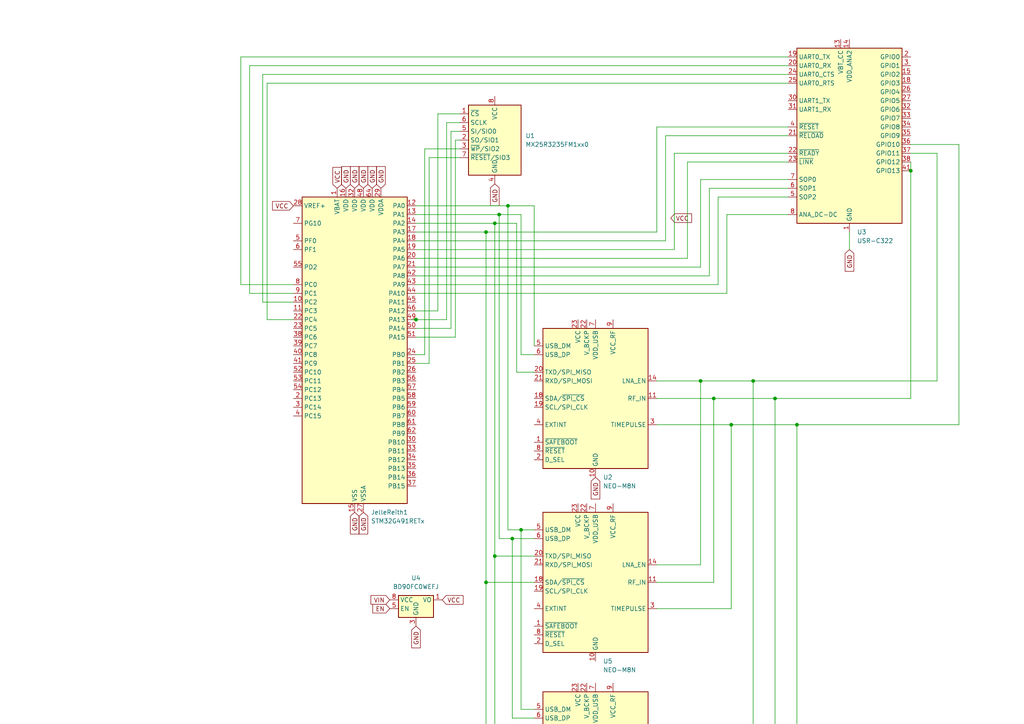
<source format=kicad_sch>
(kicad_sch (version 20230121) (generator eeschema)
  (paper "A4")
  (junction (at 443.23 438.15))
  (junction (at 143.51 161.29))
  (junction (at 147.32 59.69))
  (junction (at 447.04 617.22))
  (junction (at 148.59 156.21))
  (junction (at 218.44 110.49))
  (junction (at 441.96 599.44))
  (junction (at 443.23 431.8))
  (junction (at 140.97 67.31))
  (junction (at 521.97 -113.03))
  (junction (at 443.23 285.75))
  (junction (at 444.5 594.36))
  (junction (at 443.23 280.67))
  (junction (at 529.59 -100.33))
  (junction (at 459.74 -132.08))
  (junction (at 447.04 119.38))
  (junction (at 231.14 123.19))
  (junction (at 477.52 -132.08))
  (junction (at 443.23 443.23))
  (junction (at 449.58 143.51))
  (junction (at 443.23 558.8))
  (junction (at 448.31 455.93))
  (junction (at 203.2 110.49))
  (junction (at 441.96 628.65))
  (junction (at 207.01 115.57))
  (junction (at 441.96 588.01))
  (junction (at 448.31 461.01))
  (junction (at 447.04 612.14))
  (junction (at 445.77 285.75))
  (junction (at 441.96 871.22))
  (junction (at 447.04 773.43))
  (junction (at 444.5 246.38))
  (junction (at 444.5 599.44))
  (junction (at 144.78 62.23))
  (junction (at 140.97 168.91))
  (junction (at 447.04 130.81))
  (junction (at 448.31 303.53))
  (junction (at 224.79 115.57))
  (junction (at 441.96 755.65))
  (junction (at 444.5 744.22))
  (junction (at 151.13 153.67))
  (junction (at 443.23 401.32))
  (junction (at 444.5 750.57))
  (junction (at 212.09 123.19))
  (junction (at 467.36 -118.11))
  (junction (at 441.96 594.36))
  (junction (at 444.5 125.73))
  (junction (at 441.96 715.01))
  (junction (at 680.72 -90.17))
  (junction (at 445.77 438.15))
  (junction (at 444.5 130.81))
  (junction (at 441.96 744.22))
  (junction (at 444.5 755.65))
  (junction (at 445.77 443.23))
  (junction (at 530.86 -113.03))
  (junction (at 143.51 64.77))
  (junction (at 120.65 92.71))
  (junction (at 444.5 119.38))
  (junction (at 264.16 49.53))
  (junction (at 444.5 160.02))
  (junction (at 449.58 148.59))
  (junction (at 447.04 125.73))
  (junction (at 445.77 280.67))
  (junction (at 444.5 588.01))
  (junction (at 443.23 472.44))
  (junction (at 447.04 768.35))
  (junction (at 443.23 274.32))
  (junction (at 427.99 -113.03))
  (junction (at 443.23 314.96))
  (junction (at 448.31 298.45))
  (junction (at 529.59 -93.98))
  (junction (at 441.96 784.86))
  (junction (at 441.96 750.57))
  (junction (at 457.2 -132.08))
  (junction (at 445.77 274.32))
  (junction (at 427.99 -118.11))
  (junction (at 445.77 431.8))
  (wire (pts (xy 154.94 208.28) (xy 148.59 208.28)))
  (wire (pts (xy 445.77 558.8) (xy 443.23 558.8)))
  (wire (pts (xy 441.96 715.01) (xy 441.96 717.55)))
  (wire (pts (xy 439.42 628.65) (xy 441.96 628.65)))
  (wire (pts (xy 415.29 320.04) (xy 425.45 320.04)))
  (wire (pts (xy 444.5 594.36) (xy 444.5 599.44)))
  (wire (pts (xy 414.02 815.34) (xy 424.18 815.34)))
  (wire (pts (xy 529.59 -100.33) (xy 529.59 -93.98)))
  (wire (pts (xy 144.78 62.23) (xy 151.13 62.23)))
  (wire (pts (xy 414.02 789.94) (xy 424.18 789.94)))
  (wire (pts (xy 510.54 -93.98) (xy 514.35 -93.98)))
  (wire (pts (xy 149.86 64.77) (xy 143.51 64.77)))
  (wire (pts (xy 140.97 215.9) (xy 154.94 215.9)))
  (wire (pts (xy 415.29 342.9) (xy 416.56 342.9)))
  (wire (pts (xy 646.43 -93.98) (xy 654.05 -93.98)))
  (wire (pts (xy 441.96 871.22) (xy 441.96 873.76)))
  (wire (pts (xy 441.96 246.38) (xy 444.5 246.38)))
  (wire (pts (xy 458.47 130.81) (xy 462.28 130.81)))
  (wire (pts (xy 435.61 280.67) (xy 431.8 280.67)))
  (wire (pts (xy 629.92 17.78) (xy 641.35 17.78)))
  (wire (pts (xy 449.58 148.59) (xy 449.58 160.02)))
  (wire (pts (xy 140.97 67.31) (xy 120.65 67.31)))
  (wire (pts (xy 518.16 -76.2) (xy 532.13 -76.2)))
  (wire (pts (xy 521.97 -100.33) (xy 529.59 -100.33)))
  (wire (pts (xy 120.65 105.41) (xy 124.46 105.41)))
  (wire (pts (xy 450.85 125.73) (xy 447.04 125.73)))
  (wire (pts (xy 477.52 -118.11) (xy 467.36 -118.11)))
  (wire (pts (xy 427.99 -110.49) (xy 424.18 -110.49)))
  (wire (pts (xy 444.5 599.44) (xy 444.5 628.65)))
  (wire (pts (xy 443.23 401.32) (xy 443.23 403.86)))
  (wire (pts (xy 210.82 85.09) (xy 210.82 62.23)))
  (wire (pts (xy 203.2 110.49) (xy 218.44 110.49)))
  (wire (pts (xy 415.29 500.38) (xy 416.56 500.38)))
  (wire (pts (xy 148.59 156.21) (xy 154.94 156.21)))
  (wire (pts (xy 133.35 33.02) (xy 127 33.02)))
  (wire (pts (xy 140.97 168.91) (xy 154.94 168.91)))
  (wire (pts (xy 457.2 443.23) (xy 461.01 443.23)))
  (wire (pts (xy 143.51 64.77) (xy 120.65 64.77)))
  (wire (pts (xy 120.65 74.93) (xy 199.39 74.93)))
  (wire (pts (xy 415.29 332.74) (xy 425.45 332.74)))
  (wire (pts (xy 415.29 335.28) (xy 425.45 335.28)))
  (wire (pts (xy 530.86 -113.03) (xy 538.48 -113.03)))
  (wire (pts (xy 448.31 452.12) (xy 448.31 455.93)))
  (wire (pts (xy 439.42 784.86) (xy 441.96 784.86)))
  (wire (pts (xy 190.5 36.83) (xy 190.5 67.31)))
  (wire (pts (xy 445.77 396.24) (xy 445.77 401.32)))
  (wire (pts (xy 444.5 755.65) (xy 448.31 755.65)))
  (wire (pts (xy 264.16 46.99) (xy 264.16 49.53)))
  (wire (pts (xy 530.86 -96.52) (xy 530.86 -102.87)))
  (wire (pts (xy 665.48 25.4) (xy 659.13 25.4)))
  (wire (pts (xy 680.72 -90.17) (xy 680.72 -91.44)))
  (wire (pts (xy 441.96 599.44) (xy 441.96 628.65)))
  (wire (pts (xy 447.04 617.22) (xy 447.04 612.14)))
  (wire (pts (xy 440.69 396.24) (xy 440.69 401.32)))
  (wire (pts (xy 444.5 715.01) (xy 441.96 715.01)))
  (wire (pts (xy 228.6 36.83) (xy 190.5 36.83)))
  (wire (pts (xy 474.98 -133.35) (xy 477.52 -133.35)))
  (wire (pts (xy 514.35 -100.33) (xy 513.08 -100.33)))
  (wire (pts (xy 440.69 558.8) (xy 443.23 558.8)))
  (wire (pts (xy 646.43 -38.1) (xy 656.59 -38.1)))
  (wire (pts (xy 120.65 62.23) (xy 144.78 62.23)))
  (wire (pts (xy 414.02 656.59) (xy 415.29 656.59)))
  (wire (pts (xy 424.18 500.38) (xy 425.45 500.38)))
  (wire (pts (xy 457.2 298.45) (xy 461.01 298.45)))
  (wire (pts (xy 440.69 472.44) (xy 443.23 472.44)))
  (wire (pts (xy 629.92 33.02) (xy 641.35 33.02)))
  (wire (pts (xy 143.51 161.29) (xy 143.51 64.77)))
  (wire (pts (xy 424.18 -125.73) (xy 430.53 -125.73)))
  (wire (pts (xy 448.31 744.22) (xy 444.5 744.22)))
  (wire (pts (xy 414.02 805.18) (xy 424.18 805.18)))
  (wire (pts (xy 441.96 594.36) (xy 441.96 599.44)))
  (wire (pts (xy 425.45 187.96) (xy 426.72 187.96)))
  (wire (pts (xy 124.46 45.72) (xy 133.35 45.72)))
  (wire (pts (xy 444.5 119.38) (xy 444.5 115.57)))
  (wire (pts (xy 430.53 588.01) (xy 434.34 588.01)))
  (wire (pts (xy 228.6 24.13) (xy 77.47 24.13)))
  (wire (pts (xy 127 33.02) (xy 127 90.17)))
  (wire (pts (xy 455.93 773.43) (xy 459.74 773.43)))
  (wire (pts (xy 441.96 588.01) (xy 441.96 594.36)))
  (wire (pts (xy 224.79 220.98) (xy 224.79 115.57)))
  (wire (pts (xy 443.23 396.24) (xy 443.23 401.32)))
  (wire (pts (xy 85.09 87.63) (xy 76.2 87.63)))
  (wire (pts (xy 427.99 -118.11) (xy 427.99 -115.57)))
  (wire (pts (xy 450.85 119.38) (xy 447.04 119.38)))
  (wire (pts (xy 439.42 709.93) (xy 439.42 715.01)))
  (wire (pts (xy 120.65 69.85) (xy 193.04 69.85)))
  (wire (pts (xy 443.23 431.8) (xy 443.23 427.99)))
  (wire (pts (xy 435.61 443.23) (xy 431.8 443.23)))
  (wire (pts (xy 208.28 57.15) (xy 208.28 82.55)))
  (wire (pts (xy 207.01 115.57) (xy 190.5 115.57)))
  (wire (pts (xy 212.09 123.19) (xy 190.5 123.19)))
  (wire (pts (xy 76.2 87.63) (xy 76.2 21.59)))
  (wire (pts (xy 414.02 810.26) (xy 424.18 810.26)))
  (wire (pts (xy 455.93 768.35) (xy 459.74 768.35)))
  (wire (pts (xy 416.56 187.96) (xy 417.83 187.96)))
  (wire (pts (xy 445.77 280.67) (xy 445.77 285.75)))
  (wire (pts (xy 518.16 -38.1) (xy 532.13 -38.1)))
  (wire (pts (xy 684.53 -116.84) (xy 687.07 -116.84)))
  (wire (pts (xy 447.04 130.81) (xy 447.04 160.02)))
  (wire (pts (xy 427.99 -113.03) (xy 427.99 -110.49)))
  (wire (pts (xy 441.96 750.57) (xy 441.96 755.65)))
  (wire (pts (xy 447.04 241.3) (xy 447.04 246.38)))
  (wire (pts (xy 439.42 715.01) (xy 441.96 715.01)))
  (wire (pts (xy 477.52 -133.35) (xy 477.52 -132.08)))
  (wire (pts (xy 438.15 -125.73) (xy 440.69 -125.73)))
  (wire (pts (xy 444.5 125.73) (xy 444.5 130.81)))
  (wire (pts (xy 457.2 303.53) (xy 461.01 303.53)))
  (wire (pts (xy 521.97 -93.98) (xy 529.59 -93.98)))
  (wire (pts (xy 422.91 812.8) (xy 424.18 812.8)))
  (wire (pts (xy 447.04 617.22) (xy 448.31 617.22)))
  (wire (pts (xy 120.65 59.69) (xy 147.32 59.69)))
  (wire (pts (xy 130.81 38.1) (xy 130.81 95.25)))
  (wire (pts (xy 69.85 16.51) (xy 69.85 82.55)))
  (wire (pts (xy 416.56 190.5) (xy 426.72 190.5)))
  (wire (pts (xy 415.29 482.6) (xy 425.45 482.6)))
  (wire (pts (xy 444.5 871.22) (xy 441.96 871.22)))
  (wire (pts (xy 205.74 54.61) (xy 228.6 54.61)))
  (wire (pts (xy 433.07 119.38) (xy 436.88 119.38)))
  (wire (pts (xy 228.6 19.05) (xy 72.39 19.05)))
  (wire (pts (xy 455.93 599.44) (xy 459.74 599.44)))
  (wire (pts (xy 264.16 41.91) (xy 278.13 41.91)))
  (wire (pts (xy 228.6 57.15) (xy 208.28 57.15)))
  (wire (pts (xy 434.34 599.44) (xy 430.53 599.44)))
  (wire (pts (xy 513.08 -113.03) (xy 521.97 -113.03)))
  (wire (pts (xy 678.18 -91.44) (xy 680.72 -91.44)))
  (wire (pts (xy 443.23 274.32) (xy 443.23 280.67)))
  (wire (pts (xy 518.16 -73.66) (xy 532.13 -73.66)))
  (wire (pts (xy 444.5 755.65) (xy 444.5 784.86)))
  (wire (pts (xy 151.13 62.23) (xy 151.13 102.87)))
  (wire (pts (xy 231.14 228.6) (xy 231.14 123.19)))
  (wire (pts (xy 447.04 125.73) (xy 447.04 130.81)))
  (wire (pts (xy 521.97 -113.03) (xy 530.86 -113.03)))
  (wire (pts (xy 414.02 817.88) (xy 424.18 817.88)))
  (wire (pts (xy 457.2 280.67) (xy 461.01 280.67)))
  (wire (pts (xy 521.97 -111.76) (xy 521.97 -113.03)))
  (wire (pts (xy 434.34 755.65) (xy 430.53 755.65)))
  (wire (pts (xy 424.18 342.9) (xy 425.45 342.9)))
  (wire (pts (xy 518.16 -71.12) (xy 532.13 -71.12)))
  (wire (pts (xy 414.02 797.56) (xy 424.18 797.56)))
  (wire (pts (xy 665.48 17.78) (xy 659.13 17.78)))
  (wire (pts (xy 449.58 148.59) (xy 450.85 148.59)))
  (wire (pts (xy 448.31 455.93) (xy 449.58 455.93)))
  (wire (pts (xy 459.74 -133.35) (xy 459.74 -132.08)))
  (wire (pts (xy 430.53 744.22) (xy 434.34 744.22)))
  (wire (pts (xy 203.2 52.07) (xy 203.2 77.47)))
  (wire (pts (xy 228.6 44.45) (xy 195.58 44.45)))
  (wire (pts (xy 246.38 72.39) (xy 246.38 67.31)))
  (wire (pts (xy 702.31 -129.54) (xy 702.31 -130.81)))
  (wire (pts (xy 440.69 401.32) (xy 443.23 401.32)))
  (wire (pts (xy 455.93 755.65) (xy 459.74 755.65)))
  (wire (pts (xy 445.77 443.23) (xy 445.77 472.44)))
  (wire (pts (xy 441.96 866.14) (xy 441.96 871.22)))
  (wire (pts (xy 439.42 866.14) (xy 439.42 871.22)))
  (wire (pts (xy 518.16 -86.36) (xy 532.13 -86.36)))
  (wire (pts (xy 129.54 35.56) (xy 133.35 35.56)))
  (wire (pts (xy 646.43 -88.9) (xy 670.56 -88.9)))
  (wire (pts (xy 441.96 744.22) (xy 441.96 750.57)))
  (wire (pts (xy 119.38 92.71) (xy 120.65 92.71)))
  (wire (pts (xy 431.8 274.32) (xy 435.61 274.32)))
  (wire (pts (xy 414.02 633.73) (xy 424.18 633.73)))
  (wire (pts (xy 414.02 812.8) (xy 415.29 812.8)))
  (wire (pts (xy 457.2 274.32) (xy 461.01 274.32)))
  (wire (pts (xy 665.48 11.43) (xy 659.13 11.43)))
  (wire (pts (xy 218.44 110.49) (xy 271.78 110.49)))
  (wire (pts (xy 210.82 62.23) (xy 228.6 62.23)))
  (wire (pts (xy 416.56 165.1) (xy 426.72 165.1)))
  (wire (pts (xy 457.2 -132.08) (xy 459.74 -132.08)))
  (wire (pts (xy 190.5 67.31) (xy 140.97 67.31)))
  (wire (pts (xy 441.96 241.3) (xy 441.96 246.38)))
  (wire (pts (xy 278.13 41.91) (xy 278.13 123.19)))
  (wire (pts (xy 190.5 215.9) (xy 218.44 215.9)))
  (wire (pts (xy 151.13 102.87) (xy 154.94 102.87)))
  (wire (pts (xy 521.97 -101.6) (xy 529.59 -101.6)))
  (wire (pts (xy 212.09 176.53) (xy 212.09 123.19)))
  (wire (pts (xy 458.47 148.59) (xy 462.28 148.59)))
  (wire (pts (xy 431.8 431.8) (xy 435.61 431.8)))
  (wire (pts (xy 455.93 617.22) (xy 459.74 617.22)))
  (wire (pts (xy 414.02 646.43) (xy 424.18 646.43)))
  (wire (pts (xy 140.97 168.91) (xy 140.97 215.9)))
  (wire (pts (xy 123.19 43.18) (xy 123.19 102.87)))
  (wire (pts (xy 444.5 866.14) (xy 444.5 871.22)))
  (wire (pts (xy 199.39 46.99) (xy 228.6 46.99)))
  (wire (pts (xy 445.77 431.8) (xy 445.77 438.15)))
  (wire (pts (xy 457.2 -121.92) (xy 457.2 -118.11)))
  (wire (pts (xy 449.58 148.59) (xy 449.58 143.51)))
  (wire (pts (xy 457.2 -129.54) (xy 457.2 -132.08)))
  (wire (pts (xy 147.32 153.67) (xy 147.32 59.69)))
  (wire (pts (xy 448.31 298.45) (xy 449.58 298.45)))
  (wire (pts (xy 144.78 156.21) (xy 148.59 156.21)))
  (wire (pts (xy 445.77 401.32) (xy 443.23 401.32)))
  (wire (pts (xy 477.52 -132.08) (xy 478.79 -132.08)))
  (wire (pts (xy 416.56 177.8) (xy 426.72 177.8)))
  (wire (pts (xy 455.93 588.01) (xy 459.74 588.01)))
  (wire (pts (xy 457.2 438.15) (xy 461.01 438.15)))
  (wire (pts (xy 651.51 25.4) (xy 648.97 25.4)))
  (wire (pts (xy 443.23 285.75) (xy 443.23 314.96)))
  (wire (pts (xy 190.5 220.98) (xy 224.79 220.98)))
  (wire (pts (xy 518.16 -66.04) (xy 532.13 -66.04)))
  (wire (pts (xy 441.96 160.02) (xy 444.5 160.02)))
  (wire (pts (xy 414.02 648.97) (xy 424.18 648.97)))
  (wire (pts (xy 646.43 -91.44) (xy 670.56 -91.44)))
  (wire (pts (xy 477.52 -129.54) (xy 477.52 -132.08)))
  (wire (pts (xy 147.32 59.69) (xy 154.94 59.69)))
  (wire (pts (xy 414.02 638.81) (xy 424.18 638.81)))
  (wire (pts (xy 76.2 21.59) (xy 228.6 21.59)))
  (wire (pts (xy 190.5 176.53) (xy 212.09 176.53)))
  (wire (pts (xy 154.94 107.95) (xy 149.86 107.95)))
  (wire (pts (xy 448.31 750.57) (xy 444.5 750.57)))
  (wire (pts (xy 445.77 285.75) (xy 445.77 314.96)))
  (wire (pts (xy 424.18 -118.11) (xy 427.99 -118.11)))
  (wire (pts (xy 271.78 44.45) (xy 264.16 44.45)))
  (wire (pts (xy 702.31 -121.92) (xy 699.77 -121.92)))
  (wire (pts (xy 447.04 130.81) (xy 450.85 130.81)))
  (wire (pts (xy 154.94 161.29) (xy 143.51 161.29)))
  (wire (pts (xy 443.23 443.23) (xy 443.23 472.44)))
  (wire (pts (xy 448.31 588.01) (xy 444.5 588.01)))
  (wire (pts (xy 415.29 485.14) (xy 425.45 485.14)))
  (wire (pts (xy 678.18 -88.9) (xy 680.72 -88.9)))
  (wire (pts (xy 129.54 92.71) (xy 129.54 35.56)))
  (wire (pts (xy 529.59 -100.33) (xy 529.59 -101.6)))
  (wire (pts (xy 401.32 -92.71) (xy 401.32 -88.9)))
  (wire (pts (xy 448.31 594.36) (xy 444.5 594.36)))
  (wire (pts (xy 629.92 25.4) (xy 641.35 25.4)))
  (wire (pts (xy 444.5 130.81) (xy 444.5 160.02)))
  (wire (pts (xy 415.29 327.66) (xy 425.45 327.66)))
  (wire (pts (xy 467.36 -123.19) (xy 467.36 -118.11)))
  (wire (pts (xy 148.59 208.28) (xy 148.59 156.21)))
  (wire (pts (xy 416.56 170.18) (xy 426.72 170.18)))
  (wire (pts (xy 427.99 -118.11) (xy 429.26 -118.11)))
  (wire (pts (xy 190.5 168.91) (xy 207.01 168.91)))
  (wire (pts (xy 530.86 -115.57) (xy 530.86 -113.03)))
  (wire (pts (xy 120.65 97.79) (xy 132.08 97.79)))
  (wire (pts (xy 205.74 80.01) (xy 205.74 54.61)))
  (wire (pts (xy 415.29 505.46) (xy 425.45 505.46)))
  (wire (pts (xy 193.04 39.37) (xy 228.6 39.37)))
  (wire (pts (xy 651.51 17.78) (xy 648.97 17.78)))
  (wire (pts (xy 518.16 -81.28) (xy 532.13 -81.28)))
  (wire (pts (xy 143.51 161.29) (xy 143.51 213.36)))
  (wire (pts (xy 224.79 115.57) (xy 207.01 115.57)))
  (wire (pts (xy 697.23 -124.46) (xy 697.23 -121.92)))
  (wire (pts (xy 144.78 62.23) (xy 144.78 156.21)))
  (wire (pts (xy 518.16 -88.9) (xy 532.13 -88.9)))
  (wire (pts (xy 447.04 608.33) (xy 447.04 612.14)))
  (wire (pts (xy 231.14 123.19) (xy 212.09 123.19)))
  (wire (pts (xy 458.47 119.38) (xy 462.28 119.38)))
  (wire (pts (xy 415.29 492.76) (xy 425.45 492.76)))
  (wire (pts (xy 447.04 768.35) (xy 448.31 768.35)))
  (wire (pts (xy 208.28 82.55) (xy 120.65 82.55)))
  (wire (pts (xy 193.04 69.85) (xy 193.04 39.37)))
  (wire (pts (xy 447.04 246.38) (xy 444.5 246.38)))
  (wire (pts (xy 416.56 193.04) (xy 426.72 193.04)))
  (wire (pts (xy 448.31 294.64) (xy 448.31 298.45)))
  (wire (pts (xy 438.15 -123.19) (xy 440.69 -123.19)))
  (wire (pts (xy 190.5 163.83) (xy 203.2 163.83)))
  (wire (pts (xy 120.65 85.09) (xy 210.82 85.09)))
  (wire (pts (xy 415.29 340.36) (xy 425.45 340.36)))
  (wire (pts (xy 447.04 612.14) (xy 448.31 612.14)))
  (wire (pts (xy 132.08 97.79) (xy 132.08 40.64)))
  (wire (pts (xy 271.78 110.49) (xy 271.78 44.45)))
  (wire (pts (xy 444.5 709.93) (xy 444.5 715.01)))
  (wire (pts (xy 414.02 802.64) (xy 424.18 802.64)))
  (wire (pts (xy 199.39 74.93) (xy 199.39 46.99)))
  (wire (pts (xy 447.04 773.43) (xy 448.31 773.43)))
  (wire (pts (xy 441.96 744.22) (xy 441.96 740.41)))
  (wire (pts (xy 218.44 215.9) (xy 218.44 110.49)))
  (wire (pts (xy 422.91 656.59) (xy 424.18 656.59)))
  (wire (pts (xy 414.02 641.35) (xy 424.18 641.35)))
  (wire (pts (xy 190.5 110.49) (xy 203.2 110.49)))
  (wire (pts (xy 445.77 443.23) (xy 449.58 443.23)))
  (wire (pts (xy 444.5 246.38) (xy 444.5 248.92)))
  (wire (pts (xy 447.04 773.43) (xy 447.04 768.35)))
  (wire (pts (xy 459.74 -132.08) (xy 459.74 -130.81)))
  (wire (pts (xy 69.85 82.55) (xy 85.09 82.55)))
  (wire (pts (xy 127 90.17) (xy 120.65 90.17)))
  (wire (pts (xy 449.58 431.8) (xy 445.77 431.8)))
  (wire (pts (xy 415.29 345.44) (xy 425.45 345.44)))
  (wire (pts (xy 457.2 -118.11) (xy 467.36 -118.11)))
  (wire (pts (xy 72.39 19.05) (xy 72.39 85.09)))
  (wire (pts (xy 447.04 773.43) (xy 447.04 784.86)))
  (wire (pts (xy 424.18 -113.03) (xy 427.99 -113.03)))
  (wire (pts (xy 120.65 72.39) (xy 195.58 72.39)))
  (wire (pts (xy 457.2 455.93) (xy 461.01 455.93)))
  (wire (pts (xy 651.51 33.02) (xy 648.97 33.02)))
  (wire (pts (xy 416.56 180.34) (xy 426.72 180.34)))
  (wire (pts (xy 441.96 588.01) (xy 441.96 584.2)))
  (wire (pts (xy 680.72 -88.9) (xy 680.72 -90.17)))
  (wire (pts (xy 414.02 795.02) (xy 424.18 795.02)))
  (wire (pts (xy 203.2 77.47) (xy 120.65 77.47)))
  (wire (pts (xy 680.72 -90.17) (xy 683.26 -90.17)))
  (wire (pts (xy 449.58 139.7) (xy 449.58 143.51)))
  (wire (pts (xy 445.77 553.72) (xy 445.77 558.8)))
  (wire (pts (xy 424.18 -123.19) (xy 430.53 -123.19)))
  (wire (pts (xy 154.94 205.74) (xy 151.13 205.74)))
  (wire (pts (xy 448.31 303.53) (xy 448.31 314.96)))
  (wire (pts (xy 448.31 303.53) (xy 448.31 298.45)))
  (wire (pts (xy 77.47 24.13) (xy 77.47 92.71)))
  (wire (pts (xy 448.31 461.01) (xy 449.58 461.01)))
  (wire (pts (xy 518.16 -78.74) (xy 532.13 -78.74)))
  (wire (pts (xy 207.01 168.91) (xy 207.01 115.57)))
  (wire (pts (xy 458.47 125.73) (xy 462.28 125.73)))
  (wire (pts (xy 408.94 -92.71) (xy 408.94 -88.9)))
  (wire (pts (xy 436.88 125.73) (xy 433.07 125.73)))
  (wire (pts (xy 444.5 584.2) (xy 444.5 588.01)))
  (wire (pts (xy 415.29 497.84) (xy 425.45 497.84)))
  (wire (pts (xy 414.02 654.05) (xy 424.18 654.05)))
  (wire (pts (xy 458.47 143.51) (xy 462.28 143.51)))
  (wire (pts (xy 444.5 744.22) (xy 444.5 750.57)))
  (wire (pts (xy 415.29 490.22) (xy 425.45 490.22)))
  (wire (pts (xy 449.58 280.67) (xy 445.77 280.67)))
  (wire (pts (xy 190.5 228.6) (xy 231.14 228.6)))
  (wire (pts (xy 72.39 85.09) (xy 85.09 85.09)))
  (wire (pts (xy 149.86 107.95) (xy 149.86 64.77)))
  (wire (pts (xy 444.5 740.41) (xy 444.5 744.22)))
  (wire (pts (xy 445.77 438.15) (xy 445.77 443.23)))
  (wire (pts (xy 435.61 438.15) (xy 431.8 438.15)))
  (wire (pts (xy 133.35 43.18) (xy 123.19 43.18)))
  (wire (pts (xy 457.2 285.75) (xy 461.01 285.75)))
  (wire (pts (xy 143.51 213.36) (xy 154.94 213.36)))
  (wire (pts (xy 455.93 594.36) (xy 459.74 594.36)))
  (wire (pts (xy 699.77 -101.6) (xy 699.77 -99.06)))
  (wire (pts (xy 448.31 461.01) (xy 448.31 455.93)))
  (wire (pts (xy 449.58 143.51) (xy 450.85 143.51)))
  (wire (pts (xy 130.81 95.25) (xy 120.65 95.25)))
  (wire (pts (xy 518.16 -83.82) (xy 532.13 -83.82)))
  (wire (pts (xy 445.77 270.51) (xy 445.77 274.32)))
  (wire (pts (xy 154.94 59.69) (xy 154.94 100.33)))
  (wire (pts (xy 120.65 92.71) (xy 129.54 92.71)))
  (wire (pts (xy 449.58 274.32) (xy 445.77 274.32)))
  (wire (pts (xy 443.23 280.67) (xy 443.23 285.75)))
  (wire (pts (xy 151.13 205.74) (xy 151.13 153.67)))
  (wire (pts (xy 414.02 661.67) (xy 424.18 661.67)))
  (wire (pts (xy 513.08 -100.33) (xy 513.08 -113.03)))
  (wire (pts (xy 518.16 -68.58) (xy 532.13 -68.58)))
  (wire (pts (xy 415.29 477.52) (xy 425.45 477.52)))
  (wire (pts (xy 532.13 -96.52) (xy 530.86 -96.52)))
  (wire (pts (xy 444.5 588.01) (xy 444.5 594.36)))
  (wire (pts (xy 443.23 438.15) (xy 443.23 443.23)))
  (wire (pts (xy 447.04 764.54) (xy 447.04 768.35)))
  (wire (pts (xy 477.52 -121.92) (xy 477.52 -118.11)))
  (wire (pts (xy 444.5 119.38) (xy 444.5 125.73)))
  (wire (pts (xy 455.93 744.22) (xy 459.74 744.22)))
  (wire (pts (xy 120.65 80.01) (xy 205.74 80.01)))
  (wire (pts (xy 264.16 115.57) (xy 224.79 115.57)))
  (wire (pts (xy 440.69 314.96) (xy 443.23 314.96)))
  (wire (pts (xy 77.47 92.71) (xy 85.09 92.71)))
  (wire (pts (xy 455.93 750.57) (xy 459.74 750.57)))
  (wire (pts (xy 646.43 -96.52) (xy 654.05 -96.52)))
  (wire (pts (xy 133.35 38.1) (xy 130.81 38.1)))
  (wire (pts (xy 447.04 119.38) (xy 447.04 125.73)))
  (wire (pts (xy 445.77 427.99) (xy 445.77 431.8)))
  (wire (pts (xy 457.2 431.8) (xy 461.01 431.8)))
  (wire (pts (xy 445.77 274.32) (xy 445.77 280.67)))
  (wire (pts (xy 440.69 553.72) (xy 440.69 558.8)))
  (wire (pts (xy 414.02 659.13) (xy 424.18 659.13)))
  (wire (pts (xy 123.19 102.87) (xy 120.65 102.87)))
  (wire (pts (xy 448.31 461.01) (xy 448.31 472.44)))
  (wire (pts (xy 140.97 67.31) (xy 140.97 168.91)))
  (wire (pts (xy 665.48 33.02) (xy 659.13 33.02)))
  (wire (pts (xy 651.51 11.43) (xy 648.97 11.43)))
  (wire (pts (xy 434.34 594.36) (xy 430.53 594.36)))
  (wire (pts (xy 629.92 11.43) (xy 641.35 11.43)))
  (wire (pts (xy 415.29 347.98) (xy 425.45 347.98)))
  (wire (pts (xy 427.99 -113.03) (xy 429.26 -113.03)))
  (wire (pts (xy 132.08 40.64) (xy 133.35 40.64)))
  (wire (pts (xy 228.6 16.51) (xy 69.85 16.51)))
  (wire (pts (xy 195.58 44.45) (xy 195.58 72.39)))
  (wire (pts (xy 447.04 617.22) (xy 447.04 628.65)))
  (wire (pts (xy 435.61 285.75) (xy 431.8 285.75)))
  (wire (pts (xy 457.2 461.01) (xy 461.01 461.01)))
  (wire (pts (xy 443.23 558.8) (xy 443.23 561.34)))
  (wire (pts (xy 455.93 612.14) (xy 459.74 612.14)))
  (wire (pts (xy 443.23 553.72) (xy 443.23 558.8)))
  (wire (pts (xy 443.23 431.8) (xy 443.23 438.15)))
  (wire (pts (xy 278.13 123.19) (xy 231.14 123.19)))
  (wire (pts (xy 684.53 -114.3) (xy 687.07 -114.3)))
  (wire (pts (xy 434.34 750.57) (xy 430.53 750.57)))
  (wire (pts (xy 264.16 49.53) (xy 264.16 115.57)))
  (wire (pts (xy 443.23 274.32) (xy 443.23 270.51)))
  (wire (pts (xy 416.56 172.72) (xy 426.72 172.72)))
  (wire (pts (xy 441.96 709.93) (xy 441.96 715.01)))
  (wire (pts (xy 530.86 -102.87) (xy 538.48 -102.87)))
  (wire (pts (xy 424.18 -130.81) (xy 430.53 -130.81)))
  (wire (pts (xy 427.99 -115.57) (xy 424.18 -115.57)))
  (wire (pts (xy 436.88 130.81) (xy 433.07 130.81)))
  (wire (pts (xy 444.5 241.3) (xy 444.5 246.38)))
  (wire (pts (xy 415.29 325.12) (xy 425.45 325.12)))
  (wire (pts (xy 448.31 303.53) (xy 449.58 303.53)))
  (wire (pts (xy 439.42 871.22) (xy 441.96 871.22)))
  (wire (pts (xy 445.77 285.75) (xy 449.58 285.75)))
  (wire (pts (xy 416.56 185.42) (xy 426.72 185.42)))
  (wire (pts (xy 151.13 153.67) (xy 147.32 153.67)))
  (wire (pts (xy 441.96 755.65) (xy 441.96 784.86)))
  (wire (pts (xy 228.6 52.07) (xy 203.2 52.07)))
  (wire (pts (xy 449.58 438.15) (xy 445.77 438.15)))
  (wire (pts (xy 203.2 163.83) (xy 203.2 110.49)))
  (wire (pts (xy 444.5 599.44) (xy 448.31 599.44)))
  (wire (pts (xy 415.29 502.92) (xy 425.45 502.92)))
  (wire (pts (xy 529.59 -93.98) (xy 532.13 -93.98)))
  (wire (pts (xy 455.93 -132.08) (xy 457.2 -132.08)))
  (wire (pts (xy 124.46 105.41) (xy 124.46 45.72)))
  (wire (pts (xy 447.04 115.57) (xy 447.04 119.38)))
  (wire (pts (xy 154.94 153.67) (xy 151.13 153.67)))
  (wire (pts (xy 444.5 750.57) (xy 444.5 755.65)))
  (text "nc" (at 424.18 175.26 0) (effects (font (size 1.27 1.27)) (justify left bottom)))
  (text "nc" (at 422.91 487.68 0) (effects (font (size 1.27 1.27)) (justify left bottom)))
  (text "nc" (at 421.64 800.1 0) (effects (font (size 1.27 1.27)) (justify left bottom)))
  (text "nc" (at 421.64 643.89 0) (effects (font (size 1.27 1.27)) (justify left bottom)))
  (text "Solstice Equinox\n" (at 675.64 11.43 0) (effects (font (size 1.27 1.27)) (justify left bottom)))
  (text "Select\n" (at 664.21 2.54 0) (effects (font (size 1.27 1.27)) (justify left bottom)))
  (text "nc" (at 422.91 330.2 0) (effects (font (size 1.27 1.27)) (justify left bottom)))
  (text "Solargraph\n" (at 675.64 26.67 0) (effects (font (size 1.27 1.27)) (justify left bottom)))
  (text "Orbit in +3, +6, +9 months\n" (at 675.64 19.05 0) (effects (font (size 1.27 1.27)) (justify left bottom)))
  (text "Secondary location\n" (at 675.64 34.29 0) (effects (font (size 1.27 1.27)) (justify left bottom)))
  (text "Mode\n" (at 664.21 -11.43 0) (effects (font (size 1.27 1.27)) (justify left bottom)))
  (global_label "DR2_CS13" (shape input) (at 461.01 350.52 0) (property "Intersheetrefs" "${INTERSHEET_REFS}" (effects hide)))
  (global_label "DR3_CS3" (shape input) (at 461.01 482.6 0) (property "Intersheetrefs" "${INTERSHEET_REFS}" (effects hide)))
  (global_label "GND" (shape input) (at 105.41 148.59 270) (property "Intersheetrefs" "${INTERSHEET_REFS}" (effects hide)))
  (global_label "GND" (shape input) (at 462.28 143.51 0) (property "Intersheetrefs" "${INTERSHEET_REFS}" (effects hide)))
  (global_label "GND" (shape input) (at 431.8 285.75 180) (property "Intersheetrefs" "${INTERSHEET_REFS}" (effects hide)))
  (global_label "GND" (shape input) (at 461.01 285.75 0) (property "Intersheetrefs" "${INTERSHEET_REFS}" (effects hide)))
  (global_label "3V3" (shape input) (at 683.26 -90.17 0) (property "Intersheetrefs" "${INTERSHEET_REFS}" (effects hide)))
  (global_label "DR5_CS2" (shape input) (at 459.74 792.48 0) (property "Intersheetrefs" "${INTERSHEET_REFS}" (effects hide)))
  (global_label "V_USB" (shape input) (at 447.04 764.54 90) (property "Intersheetrefs" "${INTERSHEET_REFS}" (effects hide)))
  (global_label "DR2_CS6" (shape input) (at 461.01 332.74 0) (property "Intersheetrefs" "${INTERSHEET_REFS}" (effects hide)))
  (global_label "DR2_CS3" (shape input) (at 461.01 325.12 0) (property "Intersheetrefs" "${INTERSHEET_REFS}" (effects hide)))
  (global_label "DR3_SW2" (shape input) (at 461.01 523.24 0) (property "Intersheetrefs" "${INTERSHEET_REFS}" (effects hide)))
  (global_label "DR3_CS1" (shape input) (at 461.01 477.52 0) (property "Intersheetrefs" "${INTERSHEET_REFS}" (effects hide)))
  (global_label "DR1_SW12" (shape input) (at 462.28 236.22 0) (property "Intersheetrefs" "${INTERSHEET_REFS}" (effects hide)))
  (global_label "DR5_CS8" (shape input) (at 459.74 807.72 0) (property "Intersheetrefs" "${INTERSHEET_REFS}" (effects hide)))
  (global_label "3V3" (shape input) (at 414.02 802.64 180) (property "Intersheetrefs" "${INTERSHEET_REFS}" (effects hide)))
  (global_label "V_USB" (shape input) (at 443.23 427.99 90) (property "Intersheetrefs" "${INTERSHEET_REFS}" (effects hide)))
  (global_label "DR4_SW7" (shape input) (at 459.74 692.15 0) (property "Intersheetrefs" "${INTERSHEET_REFS}" (effects hide)))
  (global_label "SYNC" (shape input) (at 414.02 810.26 180) (property "Intersheetrefs" "${INTERSHEET_REFS}" (effects hide)))
  (global_label "SECONDARY_LOCATION_LED" (shape input) (at 518.16 -76.2 180) (property "Intersheetrefs" "${INTERSHEET_REFS}" (effects hide)))
  (global_label "DR4_CS6" (shape input) (at 459.74 646.43 0) (property "Intersheetrefs" "${INTERSHEET_REFS}" (effects hide)))
  (global_label "GND" (shape input) (at 143.51 53.34 270) (property "Intersheetrefs" "${INTERSHEET_REFS}" (effects hide)))
  (global_label "GND" (shape input) (at 441.96 717.55 270) (property "Intersheetrefs" "${INTERSHEET_REFS}" (effects hide)))
  (global_label "3V3" (shape input) (at 697.23 -124.46 90) (property "Intersheetrefs" "${INTERSHEET_REFS}" (effects hide)))
  (global_label "GND" (shape input) (at 433.07 130.81 180) (property "Intersheetrefs" "${INTERSHEET_REFS}" (effects hide)))
  (global_label "DR1_SW4" (shape input) (at 462.28 215.9 0) (property "Intersheetrefs" "${INTERSHEET_REFS}" (effects hide)))
  (global_label "GND" (shape input) (at 461.01 455.93 0) (property "Intersheetrefs" "${INTERSHEET_REFS}" (effects hide)))
  (global_label "V_USB" (shape input) (at 441.96 740.41 90) (property "Intersheetrefs" "${INTERSHEET_REFS}" (effects hide)))
  (global_label "GND" (shape input) (at 665.48 17.78 0) (property "Intersheetrefs" "${INTERSHEET_REFS}" (effects hide)))
  (global_label "DR3_SW3" (shape input) (at 461.01 525.78 0) (property "Intersheetrefs" "${INTERSHEET_REFS}" (effects hide)))
  (global_label "DR1_CS12" (shape input) (at 462.28 193.04 0) (property "Intersheetrefs" "${INTERSHEET_REFS}" (effects hide)))
  (global_label "I2C_SCL" (shape input) (at 416.56 172.72 180) (property "Intersheetrefs" "${INTERSHEET_REFS}" (effects hide)))
  (global_label "MODE_BUTTON" (shape input) (at 518.16 -88.9 180) (property "Intersheetrefs" "${INTERSHEET_REFS}" (effects hide)))
  (global_label "GND" (shape input) (at 415.29 500.38 180) (property "Intersheetrefs" "${INTERSHEET_REFS}" (effects hide)))
  (global_label "DR2_SW1" (shape input) (at 461.01 363.22 0) (property "Intersheetrefs" "${INTERSHEET_REFS}" (effects hide)))
  (global_label "LONGITUDE_POT_IN_BACKUP" (shape input) (at 632.46 50.8 180) (property "Intersheetrefs" "${INTERSHEET_REFS}" (effects hide)))
  (global_label "DR3_SW4" (shape input) (at 461.01 528.32 0) (property "Intersheetrefs" "${INTERSHEET_REFS}" (effects hide)))
  (global_label "VCC" (shape input) (at 194.5532 63.2633 0) (property "Intersheetrefs" "${INTERSHEET_REFS}" (effects hide)))
  (global_label "GND" (shape input) (at 431.8 443.23 180) (property "Intersheetrefs" "${INTERSHEET_REFS}" (effects hide)))
  (global_label "GND" (shape input) (at 107.95 54.61 90) (property "Intersheetrefs" "${INTERSHEET_REFS}" (effects hide)))
  (global_label "GND" (shape input) (at 415.29 505.46 180) (property "Intersheetrefs" "${INTERSHEET_REFS}" (effects hide)))
  (global_label "DR4_SW12" (shape input) (at 459.74 704.85 0) (property "Intersheetrefs" "${INTERSHEET_REFS}" (effects hide)))
  (global_label "DR3_CS6" (shape input) (at 461.01 490.22 0) (property "Intersheetrefs" "${INTERSHEET_REFS}" (effects hide)))
  (global_label "VCC" (shape input) (at 97.79 54.61 90) (property "Intersheetrefs" "${INTERSHEET_REFS}" (effects hide)))
  (global_label "DR4_SW9" (shape input) (at 459.74 697.23 0) (property "Intersheetrefs" "${INTERSHEET_REFS}" (effects hide)))
  (global_label "DR1_CS6" (shape input) (at 462.28 177.8 0) (property "Intersheetrefs" "${INTERSHEET_REFS}" (effects hide)))
  (global_label "LONGITUDE_POT_IN" (shape input) (at 632.46 48.26 180) (property "Intersheetrefs" "${INTERSHEET_REFS}" (effects hide)))
  (global_label "I2C_SDA" (shape input) (at 416.56 170.18 180) (property "Intersheetrefs" "${INTERSHEET_REFS}" (effects hide)))
  (global_label "DR1_SW1" (shape input) (at 462.28 208.28 0) (property "Intersheetrefs" "${INTERSHEET_REFS}" (effects hide)))
  (global_label "I2C_SCL" (shape input) (at 415.29 327.66 180) (property "Intersheetrefs" "${INTERSHEET_REFS}" (effects hide)))
  (global_label "DR4_SW1" (shape input) (at 459.74 676.91 0) (property "Intersheetrefs" "${INTERSHEET_REFS}" (effects hide)))
  (global_label "GND" (shape input) (at 461.01 431.8 0) (property "Intersheetrefs" "${INTERSHEET_REFS}" (effects hide)))
  (global_label "GND" (shape input) (at 414.02 815.34 180) (property "Intersheetrefs" "${INTERSHEET_REFS}" (effects hide)))
  (global_label "DR3_CS5" (shape input) (at 461.01 487.68 0) (property "Intersheetrefs" "${INTERSHEET_REFS}" (effects hide)))
  (global_label "GND" (shape input) (at 459.74 594.36 0) (property "Intersheetrefs" "${INTERSHEET_REFS}" (effects hide)))
  (global_label "DR4_SW3" (shape input) (at 459.74 681.99 0) (property "Intersheetrefs" "${INTERSHEET_REFS}" (effects hide)))
  (global_label "GND" (shape input) (at 408.94 -88.9 270) (property "Intersheetrefs" "${INTERSHEET_REFS}" (effects hide)))
  (global_label "GND" (shape input) (at 415.29 335.28 180) (property "Intersheetrefs" "${INTERSHEET_REFS}" (effects hide)))
  (global_label "DR3_CS10" (shape input) (at 461.01 500.38 0) (property "Intersheetrefs" "${INTERSHEET_REFS}" (effects hide)))
  (global_label "DR2_CS4" (shape input) (at 461.01 327.66 0) (property "Intersheetrefs" "${INTERSHEET_REFS}" (effects hide)))
  (global_label "I2C_SCL" (shape input) (at 414.02 817.88 180) (property "Intersheetrefs" "${INTERSHEET_REFS}" (effects hide)))
  (global_label "DR3_CS14" (shape input) (at 461.01 510.54 0) (property "Intersheetrefs" "${INTERSHEET_REFS}" (effects hide)))
  (global_label "GND" (shape input) (at 459.74 750.57 0) (property "Intersheetrefs" "${INTERSHEET_REFS}" (effects hide)))
  (global_label "V_USB" (shape input) (at 444.5 115.57 90) (property "Intersheetrefs" "${INTERSHEET_REFS}" (effects hide)))
  (global_label "DR1_CS16" (shape input) (at 462.28 203.2 0) (property "Intersheetrefs" "${INTERSHEET_REFS}" (effects hide)))
  (global_label "GND" (shape input) (at 459.74 617.22 0) (property "Intersheetrefs" "${INTERSHEET_REFS}" (effects hide)))
  (global_label "DR5_SW1" (shape input) (at 459.74 833.12 0) (property "Intersheetrefs" "${INTERSHEET_REFS}" (effects hide)))
  (global_label "DR4_CS11" (shape input) (at 459.74 659.13 0) (property "Intersheetrefs" "${INTERSHEET_REFS}" (effects hide)))
  (global_label "LONGITUDE_POT_IN_BACKUP" (shape input) (at 518.16 -68.58 180) (property "Intersheetrefs" "${INTERSHEET_REFS}" (effects hide)))
  (global_label "GND" (shape input) (at 461.01 298.45 0) (property "Intersheetrefs" "${INTERSHEET_REFS}" (effects hide)))
  (global_label "DR2_SW7" (shape input) (at 461.01 378.46 0) (property "Intersheetrefs" "${INTERSHEET_REFS}" (effects hide)))
  (global_label "DR5_CS9" (shape input) (at 459.74 810.26 0) (property "Intersheetrefs" "${INTERSHEET_REFS}" (effects hide)))
  (global_label "GND" (shape input) (at 433.07 119.38 180) (property "Intersheetrefs" "${INTERSHEET_REFS}" (effects hide)))
  (global_label "DR1_CS7" (shape input) (at 462.28 180.34 0) (property "Intersheetrefs" "${INTERSHEET_REFS}" (effects hide)))
  (global_label "3V3" (shape input) (at 414.02 646.43 180) (property "Intersheetrefs" "${INTERSHEET_REFS}" (effects hide)))
  (global_label "DR5_SW12" (shape input) (at 459.74 861.06 0) (property "Intersheetrefs" "${INTERSHEET_REFS}" (effects hide)))
  (global_label "GND" (shape input) (at 100.33 54.61 90) (property "Intersheetrefs" "${INTERSHEET_REFS}" (effects hide)))
  (global_label "DR1_CS6" (shape input) (at 462.28 177.8 0) (property "Intersheetrefs" "${INTERSHEET_REFS}" (effects hide)))
  (global_label "GND" (shape input) (at 461.01 438.15 0) (property "Intersheetrefs" "${INTERSHEET_REFS}" (effects hide)))
  (global_label "GND" (shape input) (at 414.02 661.67 180) (property "Intersheetrefs" "${INTERSHEET_REFS}" (effects hide)))
  (global_label "3V3" (shape input) (at 510.54 -93.98 180) (property "Intersheetrefs" "${INTERSHEET_REFS}" (effects hide)))
  (global_label "DR2_SW10" (shape input) (at 461.01 386.08 0) (property "Intersheetrefs" "${INTERSHEET_REFS}" (effects hide)))
  (global_label "GND" (shape input) (at 172.72 138.43 270) (property "Intersheetrefs" "${INTERSHEET_REFS}" (effects hide)))
  (global_label "DR4_CS15" (shape input) (at 459.74 669.29 0) (property "Intersheetrefs" "${INTERSHEET_REFS}" (effects hide)))
  (global_label "DR4_CS7" (shape input) (at 459.74 648.97 0) (property "Intersheetrefs" "${INTERSHEET_REFS}" (effects hide)))
  (global_label "DR1_SW5" (shape input) (at 462.28 218.44 0) (property "Intersheetrefs" "${INTERSHEET_REFS}" (effects hide)))
  (global_label "SELECT_BUTTON" (shape input) (at 518.16 -86.36 180) (property "Intersheetrefs" "${INTERSHEET_REFS}" (effects hide)))
  (global_label "DR1_CS2" (shape input) (at 462.28 167.64 0) (property "Intersheetrefs" "${INTERSHEET_REFS}" (effects hide)))
  (global_label "USB_D-" (shape input) (at 654.05 -93.98 0) (property "Intersheetrefs" "${INTERSHEET_REFS}" (effects hide)))
  (global_label "DR3_SW6" (shape input) (at 461.01 533.4 0) (property "Intersheetrefs" "${INTERSHEET_REFS}" (effects hide)))
  (global_label "DR3_CS15" (shape input) (at 461.01 513.08 0) (property "Intersheetrefs" "${INTERSHEET_REFS}" (effects hide)))
  (global_label "DR1_CS3" (shape input) (at 462.28 170.18 0) (property "Intersheetrefs" "${INTERSHEET_REFS}" (effects hide)))
  (global_label "GND" (shape input) (at 665.48 33.02 0) (property "Intersheetrefs" "${INTERSHEET_REFS}" (effects hide)))
  (global_label "3V3" (shape input) (at 416.56 165.1 180) (property "Intersheetrefs" "${INTERSHEET_REFS}" (effects hide)))
  (global_label "V_USB" (shape input) (at 447.04 115.57 90) (property "Intersheetrefs" "${INTERSHEET_REFS}" (effects hide)))
  (global_label "DR2_CS7" (shape input) (at 461.01 335.28 0) (property "Intersheetrefs" "${INTERSHEET_REFS}" (effects hide)))
  (global_label "3V3" (shape input) (at 518.16 -38.1 180) (property "Intersheetrefs" "${INTERSHEET_REFS}" (effects hide)))
  (global_label "DR1_CS4" (shape input) (at 462.28 172.72 0) (property "Intersheetrefs" "${INTERSHEET_REFS}" (effects hide)))
  (global_label "DR2_CS8" (shape input) (at 461.01 337.82 0) (property "Intersheetrefs" "${INTERSHEET_REFS}" (effects hide)))
  (global_label "DR2_CS12" (shape input) (at 461.01 347.98 0) (property "Intersheetrefs" "${INTERSHEET_REFS}" (effects hide)))
  (global_label "LATITUDE_POT_IN" (shape input) (at 518.16 -71.12 180) (property "Intersheetrefs" "${INTERSHEET_REFS}" (effects hide)))
  (global_label "I2C_SCL" (shape input) (at 414.02 797.56 180) (property "Intersheetrefs" "${INTERSHEET_REFS}" (effects hide)))
  (global_label "GND" (shape input) (at 120.65 181.61 270) (property "Intersheetrefs" "${INTERSHEET_REFS}" (effects hide)))
  (global_label "V_USB" (shape input) (at 443.23 270.51 90) (property "Intersheetrefs" "${INTERSHEET_REFS}" (effects hide)))
  (global_label "DR5_CS4" (shape input) (at 459.74 797.56 0) (property "Intersheetrefs" "${INTERSHEET_REFS}" (effects hide)))
  (global_label "I2C_SCL" (shape input) (at 669.29 -91.44 90) (property "Intersheetrefs" "${INTERSHEET_REFS}" (effects hide)))
  (global_label "DR5_SW2" (shape input) (at 459.74 835.66 0) (property "Intersheetrefs" "${INTERSHEET_REFS}" (effects hide)))
  (global_label "GND" (shape input) (at 414.02 805.18 180) (property "Intersheetrefs" "${INTERSHEET_REFS}" (effects hide)))
  (global_label "GND" (shape input) (at 702.31 -130.81 90) (property "Intersheetrefs" "${INTERSHEET_REFS}" (effects hide)))
  (global_label "DR1_CS11" (shape input) (at 462.28 190.5 0) (property "Intersheetrefs" "${INTERSHEET_REFS}" (effects hide)))
  (global_label "DR2_CS10" (shape input) (at 461.01 342.9 0) (property "Intersheetrefs" "${INTERSHEET_REFS}" (effects hide)))
  (global_label "FUTURE_LED_LINE" (shape input) (at 650.24 17.78 0) (property "Intersheetrefs" "${INTERSHEET_REFS}" (effects hide)))
  (global_label "GND" (shape input) (at 430.53 594.36 180) (property "Intersheetrefs" "${INTERSHEET_REFS}" (effects hide)))
  (global_label "GND" (shape input) (at 416.56 190.5 180) (property "Intersheetrefs" "${INTERSHEET_REFS}" (effects hide)))
  (global_label "DR1_CS10" (shape input) (at 462.28 187.96 0) (property "Intersheetrefs" "${INTERSHEET_REFS}" (effects hide)))
  (global_label "DR1_CS8" (shape input) (at 462.28 182.88 0) (property "Intersheetrefs" "${INTERSHEET_REFS}" (effects hide)))
  (global_label "GND" (shape input) (at 459.74 599.44 0) (property "Intersheetrefs" "${INTERSHEET_REFS}" (effects hide)))
  (global_label "LATITUDE_POT_IN_BACKUP" (shape input) (at 518.16 -66.04 180) (property "Intersheetrefs" "${INTERSHEET_REFS}" (effects hide)))
  (global_label "I2C_SDA" (shape input) (at 414.02 638.81 180) (property "Intersheetrefs" "${INTERSHEET_REFS}" (effects hide)))
  (global_label "GND" (shape input) (at 462.28 148.59 0) (property "Intersheetrefs" "${INTERSHEET_REFS}" (effects hide)))
  (global_label "I2C_SCL" (shape input) (at 684.53 -116.84 180) (property "Intersheetrefs" "${INTERSHEET_REFS}" (effects hide)))
  (global_label "DR1_CS4" (shape input) (at 462.28 172.72 0) (property "Intersheetrefs" "${INTERSHEET_REFS}" (effects hide)))
  (global_label "DR5_CS12" (shape input) (at 459.74 817.88 0) (property "Intersheetrefs" "${INTERSHEET_REFS}" (effects hide)))
  (global_label "LONGITUDE_POT_IN" (shape input) (at 518.16 -73.66 180) (property "Intersheetrefs" "${INTERSHEET_REFS}" (effects hide)))
  (global_label "DR2_SW3" (shape input) (at 461.01 368.3 0) (property "Intersheetrefs" "${INTERSHEET_REFS}" (effects hide)))
  (global_label "V_USB" (shape input) (at 449.58 139.7 90) (property "Intersheetrefs" "${INTERSHEET_REFS}" (effects hide)))
  (global_label "SYNC" (shape input) (at 414.02 654.05 180) (property "Intersheetrefs" "${INTERSHEET_REFS}" (effects hide)))
  (global_label "GND" (shape input) (at 414.02 656.59 180) (property "Intersheetrefs" "${INTERSHEET_REFS}" (effects hide)))
  (global_label "GND" (shape input) (at 431.8 280.67 180) (property "Intersheetrefs" "${INTERSHEET_REFS}" (effects hide)))
  (global_label "GND" (shape input) (at 699.77 -99.06 270) (property "Intersheetrefs" "${INTERSHEET_REFS}" (effects hide)))
  (global_label "DR4_CS12" (shape input) (at 459.74 661.67 0) (property "Intersheetrefs" "${INTERSHEET_REFS}" (effects hide)))
  (global_label "GND" (shape input) (at 462.28 125.73 0) (property "Intersheetrefs" "${INTERSHEET_REFS}" (effects hide)))
  (global_label "DR5_SW7" (shape input) (at 459.74 848.36 0) (property "Intersheetrefs" "${INTERSHEET_REFS}" (effects hide)))
  (global_label "GND" (shape input) (at 462.28 130.81 0) (property "Intersheetrefs" "${INTERSHEET_REFS}" (effects hide)))
  (global_label "GND" (shape input) (at 461.01 274.32 0) (property "Intersheetrefs" "${INTERSHEET_REFS}" (effects hide)))
  (global_label "USB_D+" (shape input) (at 429.26 -113.03 0) (property "Intersheetrefs" "${INTERSHEET_REFS}" (effects hide)))
  (global_label "DR5_CS6" (shape input) (at 459.74 802.64 0) (property "Intersheetrefs" "${INTERSHEET_REFS}" (effects hide)))
  (global_label "DR4_CS1" (shape input) (at 459.74 633.73 0) (property "Intersheetrefs" "${INTERSHEET_REFS}" (effects hide)))
  (global_label "GND" (shape input) (at 401.32 -88.9 270) (property "Intersheetrefs" "${INTERSHEET_REFS}" (effects hide)))
  (global_label "3V3" (shape input) (at 415.29 320.04 180) (property "Intersheetrefs" "${INTERSHEET_REFS}" (effects hide)))
  (global_label "GND" (shape input) (at 632.46 44.45 180) (property "Intersheetrefs" "${INTERSHEET_REFS}" (effects hide)))
  (global_label "DR4_SW11" (shape input) (at 459.74 702.31 0) (property "Intersheetrefs" "${INTERSHEET_REFS}" (effects hide)))
  (global_label "DR2_CS15" (shape input) (at 461.01 355.6 0) (property "Intersheetrefs" "${INTERSHEET_REFS}" (effects hide)))
  (global_label "GND" (shape input) (at 102.87 148.59 270) (property "Intersheetrefs" "${INTERSHEET_REFS}" (effects hide)))
  (global_label "SYNC" (shape input) (at 415.29 497.84 180) (property "Intersheetrefs" "${INTERSHEET_REFS}" (effects hide)))
  (global_label "V_USB" (shape input) (at 445.77 427.99 90) (property "Intersheetrefs" "${INTERSHEET_REFS}" (effects hide)))
  (global_label "DR1_SW10" (shape input) (at 462.28 231.14 0) (property "Intersheetrefs" "${INTERSHEET_REFS}" (effects hide)))
  (global_label "GND" (shape input) (at 416.56 193.04 180) (property "Intersheetrefs" "${INTERSHEET_REFS}" (effects hide)))
  (global_label "DR2_SW11" (shape input) (at 461.01 388.62 0) (property "Intersheetrefs" "${INTERSHEET_REFS}" (effects hide)))
  (global_label "DR3_SW5" (shape input) (at 461.01 530.86 0) (property "Intersheetrefs" "${INTERSHEET_REFS}" (effects hide)))
  (global_label "GND" (shape input) (at 656.59 -38.1 0) (property "Intersheetrefs" "${INTERSHEET_REFS}" (effects hide)))
  (global_label "DR3_CS16" (shape input) (at 461.01 515.62 0) (property "Intersheetrefs" "${INTERSHEET_REFS}" (effects hide)))
  (global_label "DR4_CS8" (shape input) (at 459.74 651.51 0) (property "Intersheetrefs" "${INTERSHEET_REFS}" (effects hide)))
  (global_label "DR5_SW8" (shape input) (at 459.74 850.9 0) (property "Intersheetrefs" "${INTERSHEET_REFS}" (effects hide)))
  (global_label "DR3_CS7" (shape input) (at 461.01 492.76 0) (property "Intersheetrefs" "${INTERSHEET_REFS}" (effects hide)))
  (global_label "DR5_SW11" (shape input) (at 459.74 858.52 0) (property "Intersheetrefs" "${INTERSHEET_REFS}" (effects hide)))
  (global_label "3V3" (shape input) (at 632.46 54.61 180) (property "Intersheetrefs" "${INTERSHEET_REFS}" (effects hide)))
  (global_label "GND" (shape input) (at 430.53 588.01 180) (property "Intersheetrefs" "${INTERSHEET_REFS}" (effects hide)))
  (global_label "GND" (shape input) (at 440.69 -125.73 0) (property "Intersheetrefs" "${INTERSHEET_REFS}" (effects hide)))
  (global_label "DR3_SW11" (shape input) (at 461.01 546.1 0) (property "Intersheetrefs" "${INTERSHEET_REFS}" (effects hide)))
  (global_label "LATITUDE_POT_IN_BACKUP" (shape input) (at 632.46 69.85 180) (property "Intersheetrefs" "${INTERSHEET_REFS}" (effects hide)))
  (global_label "DR3_SW8" (shape input) (at 461.01 538.48 0) (property "Intersheetrefs" "${INTERSHEET_REFS}" (effects hide)))
  (global_label "GND" (shape input) (at 433.07 125.73 180) (property "Intersheetrefs" "${INTERSHEET_REFS}" (effects hide)))
  (global_label "V_USB" (shape input) (at 455.93 -132.08 180) (property "Intersheetrefs" "${INTERSHEET_REFS}" (effects hide)))
  (global_label "BOOT" (shape input) (at 530.86 -100.33 0) (property "Intersheetrefs" "${INTERSHEET_REFS}" (effects hide)))
  (global_label "LATITUDE_POT_IN" (shape input) (at 632.46 67.31 180) (property "Intersheetrefs" "${INTERSHEET_REFS}" (effects hide)))
  (global_label "DR4_SW4" (shape input) (at 459.74 684.53 0) (property "Intersheetrefs" "${INTERSHEET_REFS}" (effects hide)))
  (global_label "3V3" (shape input) (at 415.29 490.22 180) (property "Intersheetrefs" "${INTERSHEET_REFS}" (effects hide)))
  (global_label "DR2_CS1" (shape input) (at 461.01 320.04 0) (property "Intersheetrefs" "${INTERSHEET_REFS}" (effects hide)))
  (global_label "DR5_CS7" (shape input) (at 459.74 805.18 0) (property "Intersheetrefs" "${INTERSHEET_REFS}" (effects hide)))
  (global_label "DR1_CS9" (shape input) (at 462.28 185.42 0) (property "Intersheetrefs" "${INTERSHEET_REFS}" (effects hide)))
  (global_label "SECONDARY_LOCATION_LED" (shape input) (at 629.92 33.02 180) (property "Intersheetrefs" "${INTERSHEET_REFS}" (effects hide)))
  (global_label "V_USB" (shape input) (at 447.04 608.33 90) (property "Intersheetrefs" "${INTERSHEET_REFS}" (effects hide)))
  (global_label "DR5_SW6" (shape input) (at 459.74 845.82 0) (property "Intersheetrefs" "${INTERSHEET_REFS}" (effects hide)))
  (global_label "DR1_CS10" (shape input) (at 462.28 187.96 0) (property "Intersheetrefs" "${INTERSHEET_REFS}" (effects hide)))
  (global_label "DR1_SW9" (shape input) (at 462.28 228.6 0) (property "Intersheetrefs" "${INTERSHEET_REFS}" (effects hide)))
  (global_label "MODE_BUTTON" (shape input) (at 642.62 -12.7 180) (property "Intersheetrefs" "${INTERSHEET_REFS}" (effects hide)))
  (global_label "3V3" (shape input) (at 414.02 659.13 180) (property "Intersheetrefs" "${INTERSHEET_REFS}" (effects hide)))
  (global_label "DR3_CS11" (shape input) (at 461.01 502.92 0) (property "Intersheetrefs" "${INTERSHEET_REFS}" (effects hide)))
  (global_label "3V3" (shape input) (at 632.46 73.66 180) (property "Intersheetrefs" "${INTERSHEET_REFS}" (effects hide)))
  (global_label "GND" (shape input) (at 530.86 -115.57 90) (property "Intersheetrefs" "${INTERSHEET_REFS}" (effects hide)))
  (global_label "DR2_SW4" (shape input) (at 461.01 370.84 0) (property "Intersheetrefs" "${INTERSHEET_REFS}" (effects hide)))
  (global_label "DR5_CS16" (shape input) (at 459.74 828.04 0) (property "Intersheetrefs" "${INTERSHEET_REFS}" (effects hide)))
  (global_label "DR4_SW5" (shape input) (at 459.74 687.07 0) (property "Intersheetrefs" "${INTERSHEET_REFS}" (effects hide)))
  (global_label "DR2_SW5" (shape input) (at 461.01 373.38 0) (property "Intersheetrefs" "${INTERSHEET_REFS}" (effects hide)))
  (global_label "SYNC" (shape input) (at 415.29 340.36 180) (property "Intersheetrefs" "${INTERSHEET_REFS}" (effects hide)))
  (global_label "DR3_CS8" (shape input) (at 461.01 495.3 0) (property "Intersheetrefs" "${INTERSHEET_REFS}" (effects hide)))
  (global_label "DR1_CS14" (shape input) (at 462.28 198.12 0) (property "Intersheetrefs" "${INTERSHEET_REFS}" (effects hide)))
  (global_label "GND" (shape input) (at 415.29 342.9 180) (property "Intersheetrefs" "${INTERSHEET_REFS}" (effects hide)))
  (global_label "GND" (shape input) (at 431.8 431.8 180) (property "Intersheetrefs" "${INTERSHEET_REFS}" (effects hide)))
  (global_label "3V3" (shape input) (at 415.29 477.52 180) (property "Intersheetrefs" "${INTERSHEET_REFS}" (effects hide)))
  (global_label "DR2_SW6" (shape input) (at 461.01 375.92 0) (property "Intersheetrefs" "${INTERSHEET_REFS}" (effects hide)))
  (global_label "GND" (shape input) (at 430.53 755.65 180) (property "Intersheetrefs" "${INTERSHEET_REFS}" (effects hide)))
  (global_label "3V3" (shape input) (at 478.79 -132.08 0) (property "Intersheetrefs" "${INTERSHEET_REFS}" (effects hide)))
  (global_label "VCC" (shape input) (at 128.27 173.99 0) (property "Intersheetrefs" "${INTERSHEET_REFS}" (effects hide)))
  (global_label "DR3_CS9" (shape input) (at 461.01 497.84 0) (property "Intersheetrefs" "${INTERSHEET_REFS}" (effects hide)))
  (global_label "SOLARGRAPH_LED" (shape input) (at 629.92 25.4 180) (property "Intersheetrefs" "${INTERSHEET_REFS}" (effects hide)))
  (global_label "USB_D-" (shape input) (at 429.26 -118.11 0) (property "Intersheetrefs" "${INTERSHEET_REFS}" (effects hide)))
  (global_label "DR4_CS16" (shape input) (at 459.74 671.83 0) (property "Intersheetrefs" "${INTERSHEET_REFS}" (effects hide)))
  (global_label "GND" (shape input) (at 431.8 438.15 180) (property "Intersheetrefs" "${INTERSHEET_REFS}" (effects hide)))
  (global_label "SECONDARY_LOCATION_LED_LINE" (shape input) (at 650.24 33.02 0) (property "Intersheetrefs" "${INTERSHEET_REFS}" (effects hide)))
  (global_label "DR2_SW2" (shape input) (at 461.01 365.76 0) (property "Intersheetrefs" "${INTERSHEET_REFS}" (effects hide)))
  (global_label "I2C_SDA" (shape input) (at 669.29 -88.9 270) (property "Intersheetrefs" "${INTERSHEET_REFS}" (effects hide)))
  (global_label "SELECT_BUTTON" (shape input) (at 642.62 1.27 180) (property "Intersheetrefs" "${INTERSHEET_REFS}" (effects hide)))
  (global_label "GND" (shape input) (at 665.48 11.43 0) (property "Intersheetrefs" "${INTERSHEET_REFS}" (effects hide)))
  (global_label "DR4_CS5" (shape input) (at 459.74 643.89 0) (property "Intersheetrefs" "${INTERSHEET_REFS}" (effects hide)))
  (global_label "GND" (shape input) (at 414.02 812.8 180) (property "Intersheetrefs" "${INTERSHEET_REFS}" (effects hide)))
  (global_label "SOLSTICE_EQUINOX_LED" (shape input) (at 629.92 11.43 180) (property "Intersheetrefs" "${INTERSHEET_REFS}" (effects hide)))
  (global_label "DR1_SW7" (shape input) (at 462.28 223.52 0) (property "Intersheetrefs" "${INTERSHEET_REFS}" (effects hide)))
  (global_label "DR1_SW3" (shape input) (at 462.28 213.36 0) (property "Intersheetrefs" "${INTERSHEET_REFS}" (effects hide)))
  (global_label "GND" (shape input) (at 441.96 873.76 270) (property "Intersheetrefs" "${INTERSHEET_REFS}" (effects hide)))
  (global_label "DR2_SW9" (shape input) (at 461.01 383.54 0) (property "Intersheetrefs" "${INTERSHEET_REFS}" (effects hide)))
  (global_label "DR1_SW2" (shape input) (at 462.28 210.82 0) (property "Intersheetrefs" "${INTERSHEET_REFS}" (effects hide)))
  (global_label "DR5_SW10" (shape input) (at 459.74 855.98 0) (property "Intersheetrefs" "${INTERSHEET_REFS}" (effects hide)))
  (global_label "GND" (shape input) (at 431.8 274.32 180) (property "Intersheetrefs" "${INTERSHEET_REFS}" (effects hide)))
  (global_label "DR5_CS14" (shape input) (at 459.74 822.96 0) (property "Intersheetrefs" "${INTERSHEET_REFS}" (effects hide)))
  (global_label "I2C_SCL" (shape input) (at 414.02 641.35 180) (property "Intersheetrefs" "${INTERSHEET_REFS}" (effects hide)))
  (global_label "GND" (shape input) (at 459.74 755.65 0) (property "Intersheetrefs" "${INTERSHEET_REFS}" (effects hide)))
  (global_label "DR5_CS1" (shape input) (at 459.74 789.94 0) (property "Intersheetrefs" "${INTERSHEET_REFS}" (effects hide)))
  (global_label "DR4_CS9" (shape input) (at 459.74 654.05 0) (property "Intersheetrefs" "${INTERSHEET_REFS}" (effects hide)))
  (global_label "DR1_SW6" (shape input) (at 462.28 220.98 0) (property "Intersheetrefs" "${INTERSHEET_REFS}" (effects hide)))
  (global_label "DR1_CS13" (shape input) (at 462.28 195.58 0) (property "Intersheetrefs" "${INTERSHEET_REFS}" (effects hide)))
  (global_label "GND" (shape input) (at 415.29 347.98 180) (property "Intersheetrefs" "${INTERSHEET_REFS}" (effects hide)))
  (global_label "GND" (shape input) (at 467.36 -118.11 270) (property "Intersheetrefs" "${INTERSHEET_REFS}" (effects hide)))
  (global_label "FUTURE_LED" (shape input) (at 629.92 17.78 180) (property "Intersheetrefs" "${INTERSHEET_REFS}" (effects hide)))
  (global_label "V_USB" (shape input) (at 445.77 270.51 90) (property "Intersheetrefs" "${INTERSHEET_REFS}" (effects hide)))
  (global_label "GND" (shape input) (at 459.74 588.01 0) (property "Intersheetrefs" "${INTERSHEET_REFS}" (effects hide)))
  (global_label "GND" (shape input) (at 665.48 25.4 0) (property "Intersheetrefs" "${INTERSHEET_REFS}" (effects hide)))
  (global_label "GND" (shape input) (at 632.46 63.5 180) (property "Intersheetrefs" "${INTERSHEET_REFS}" (effects hide)))
  (global_label "DR5_CS10" (shape input) (at 459.74 812.8 0) (property "Intersheetrefs" "${INTERSHEET_REFS}" (effects hide)))
  (global_label "GND" (shape input) (at 110.49 54.61 90) (property "Intersheetrefs" "${INTERSHEET_REFS}" (effects hide)))
  (global_label "V_USB" (shape input) (at 448.31 294.64 90) (property "Intersheetrefs" "${INTERSHEET_REFS}" (effects hide)))
  (global_label "I2C_SDA" (shape input) (at 415.29 325.12 180) (property "Intersheetrefs" "${INTERSHEET_REFS}" (effects hide)))
  (global_label "DR2_CS9" (shape input) (at 461.01 340.36 0) (property "Intersheetrefs" "${INTERSHEET_REFS}" (effects hide)))
  (global_label "FUTURE_LED" (shape input) (at 518.16 -81.28 180) (property "Intersheetrefs" "${INTERSHEET_REFS}" (effects hide)))
  (global_label "DR3_CS2" (shape input) (at 461.01 480.06 0) (property "Intersheetrefs" "${INTERSHEET_REFS}" (effects hide)))
  (global_label "DR5_SW3" (shape input) (at 459.74 838.2 0) (property "Intersheetrefs" "${INTERSHEET_REFS}" (effects hide)))
  (global_label "SYNC" (shape input) (at 416.56 185.42 180) (property "Intersheetrefs" "${INTERSHEET_REFS}" (effects hide)))
  (global_label "DR2_CS16" (shape input) (at 461.01 358.14 0) (property "Intersheetrefs" "${INTERSHEET_REFS}" (effects hide)))
  (global_label "GND" (shape input) (at 102.87 54.61 90) (property "Intersheetrefs" "${INTERSHEET_REFS}" (effects hide)))
  (global_label "GND" (shape input) (at 430.53 744.22 180) (property "Intersheetrefs" "${INTERSHEET_REFS}" (effects hide)))
  (global_label "DR3_SW1" (shape input) (at 461.01 520.7 0) (property "Intersheetrefs" "${INTERSHEET_REFS}" (effects hide)))
  (global_label "SOLSTICE_LED_LINE" (shape input) (at 650.24 11.43 0) (property "Intersheetrefs" "${INTERSHEET_REFS}" (effects hide)))
  (global_label "DR1_SW8" (shape input) (at 462.28 226.06 0) (property "Intersheetrefs" "${INTERSHEET_REFS}" (effects hide)))
  (global_label "GND" (shape input) (at 416.56 187.96 180) (property "Intersheetrefs" "${INTERSHEET_REFS}" (effects hide)))
  (global_label "DR1_CS2" (shape input) (at 462.28 167.64 0) (property "Intersheetrefs" "${INTERSHEET_REFS}" (effects hide)))
  (global_label "DR5_SW9" (shape input) (at 459.74 853.44 0) (property "Intersheetrefs" "${INTERSHEET_REFS}" (effects hide)))
  (global_label "DR2_CS14" (shape input) (at 461.01 353.06 0) (property "Intersheetrefs" "${INTERSHEET_REFS}" (effects hide)))
  (global_label "GND" (shape input) (at 430.53 750.57 180) (property "Intersheetrefs" "${INTERSHEET_REFS}" (effects hide)))
  (global_label "GND" (shape input) (at 459.74 744.22 0) (property "Intersheetrefs" "${INTERSHEET_REFS}" (effects hide)))
  (global_label "I2C_SDA" (shape input) (at 415.29 502.92 180) (property "Intersheetrefs" "${INTERSHEET_REFS}" (effects hide)))
  (global_label "DR5_SW4" (shape input) (at 459.74 840.74 0) (property "Intersheetrefs" "${INTERSHEET_REFS}" (effects hide)))
  (global_label "DR1_CS5" (shape input) (at 462.28 175.26 0) (property "Intersheetrefs" "${INTERSHEET_REFS}" (effects hide)))
  (global_label "GND" (shape input) (at 461.01 461.01 0) (property "Intersheetrefs" "${INTERSHEET_REFS}" (effects hide)))
  (global_label "VIN" (shape input) (at 113.03 173.99 180) (property "Intersheetrefs" "${INTERSHEET_REFS}" (effects hide)))
  (global_label "I2C_SDA" (shape input) (at 684.53 -114.3 180) (property "Intersheetrefs" "${INTERSHEET_REFS}" (effects hide)))
  (global_label "DR5_CS11" (shape input) (at 459.74 815.34 0) (property "Intersheetrefs" "${INTERSHEET_REFS}" (effects hide)))
  (global_label "GND" (shape input) (at 652.78 1.27 0) (property "Intersheetrefs" "${INTERSHEET_REFS}" (effects hide)))
  (global_label "DR2_CS11" (shape input) (at 461.01 345.44 0) (property "Intersheetrefs" "${INTERSHEET_REFS}" (effects hide)))
  (global_label "GND" (shape input) (at 443.23 403.86 270) (property "Intersheetrefs" "${INTERSHEET_REFS}" (effects hide)))
  (global_label "DR4_CS10" (shape input) (at 459.74 656.59 0) (property "Intersheetrefs" "${INTERSHEET_REFS}" (effects hide)))
  (global_label "V_USB" (shape input) (at 448.31 452.12 90) (property "Intersheetrefs" "${INTERSHEET_REFS}" (effects hide)))
  (global_label "GND" (shape input) (at 105.41 54.61 90) (property "Intersheetrefs" "${INTERSHEET_REFS}" (effects hide)))
  (global_label "GND" (shape input) (at 246.38 72.39 270) (property "Intersheetrefs" "${INTERSHEET_REFS}" (effects hide)))
  (global_label "DR5_CS5" (shape input) (at 459.74 800.1 0) (property "Intersheetrefs" "${INTERSHEET_REFS}" (effects hide)))
  (global_label "V_USB" (shape input) (at 441.96 584.2 90) (property "Intersheetrefs" "${INTERSHEET_REFS}" (effects hide)))
  (global_label "DR3_SW7" (shape input) (at 461.01 535.94 0) (property "Intersheetrefs" "${INTERSHEET_REFS}" (effects hide)))
  (global_label "GND" (shape input) (at 414.02 648.97 180) (property "Intersheetrefs" "${INTERSHEET_REFS}" (effects hide)))
  (global_label "DR4_CS2" (shape input) (at 459.74 636.27 0) (property "Intersheetrefs" "${INTERSHEET_REFS}" (effects hide)))
  (global_label "GND" (shape input) (at 652.78 -12.7 0) (property "Intersheetrefs" "${INTERSHEET_REFS}" (effects hide)))
  (global_label "DR3_SW10" (shape input) (at 461.01 543.56 0) (property "Intersheetrefs" "${INTERSHEET_REFS}" (effects hide)))
  (global_label "I2C_SDA" (shape input) (at 415.29 482.6 180) (property "Intersheetrefs" "${INTERSHEET_REFS}" (effects hide)))
  (global_label "DR3_SW12" (shape input) (at 461.01 548.64 0) (property "Intersheetrefs" "${INTERSHEET_REFS}" (effects hide)))
  (global_label "3V3" (shape input) (at 415.29 332.74 180) (property "Intersheetrefs" "${INTERSHEET_REFS}" (effects hide)))
  (global_label "DR1_CS1" (shape input) (at 462.28 165.1 0) (property "Intersheetrefs" "${INTERSHEET_REFS}" (effects hide)))
  (global_label "DR5_CS15" (shape input) (at 459.74 825.5 0) (property "Intersheetrefs" "${INTERSHEET_REFS}" (effects hide)))
  (global_label "DR4_CS3" (shape input) (at 459.74 638.81 0) (property "Intersheetrefs" "${INTERSHEET_REFS}" (effects hide)))
  (global_label "DR1_CS7" (shape input) (at 462.28 180.34 0) (property "Intersheetrefs" "${INTERSHEET_REFS}" (effects hide)))
  (global_label "GND" (shape input) (at 461.01 280.67 0) (property "Intersheetrefs" "${INTERSHEET_REFS}" (effects hide)))
  (global_label "I2C_SCL" (shape input) (at 415.29 485.14 180) (property "Intersheetrefs" "${INTERSHEET_REFS}" (effects hide)))
  (global_label "V_USB" (shape input) (at 430.53 -130.81 0) (property "Intersheetrefs" "${INTERSHEET_REFS}" (effects hide)))
  (global_label "V_USB" (shape input) (at 444.5 584.2 90) (property "Intersheetrefs" "${INTERSHEET_REFS}" (effects hide)))
  (global_label "GND" (shape input) (at 459.74 773.43 0) (property "Intersheetrefs" "${INTERSHEET_REFS}" (effects hide)))
  (global_label "V_USB" (shape input) (at 444.5 740.41 90) (property "Intersheetrefs" "${INTERSHEET_REFS}" (effects hide)))
  (global_label "I2C_SCL" (shape input) (at 415.29 345.44 180) (property "Intersheetrefs" "${INTERSHEET_REFS}" (effects hide)))
  (global_label "SOLSTICE_EQUINOX_LED" (shape input) (at 518.16 -83.82 180) (property "Intersheetrefs" "${INTERSHEET_REFS}" (effects hide)))
  (global_label "DR4_SW2" (shape input) (at 459.74 679.45 0) (property "Intersheetrefs" "${INTERSHEET_REFS}" (effects hide)))
  (global_label "SOLARGRAPH_LED" (shape input) (at 518.16 -78.74 180) (property "Intersheetrefs" "${INTERSHEET_REFS}" (effects hide)))
  (global_label "EN" (shape input) (at 113.03 176.53 180) (property "Intersheetrefs" "${INTERSHEET_REFS}" (effects hide)))
  (global_label "GND" (shape input) (at 444.5 248.92 270) (property "Intersheetrefs" "${INTERSHEET_REFS}" (effects hide)))
  (global_label "DR2_SW8" (shape input) (at 461.01 381 0) (property "Intersheetrefs" "${INTERSHEET_REFS}" (effects hide)))
  (global_label "DR4_SW8" (shape input) (at 459.74 694.69 0) (property "Intersheetrefs" "${INTERSHEET_REFS}" (effects hide)))
  (global_label "DR1_SW11" (shape input) (at 462.28 233.68 0) (property "Intersheetrefs" "${INTERSHEET_REFS}" (effects hide)))
  (global_label "GND" (shape input) (at 443.23 561.34 270) (property "Intersheetrefs" "${INTERSHEET_REFS}" (effects hide)))
  (global_label "DR1_CS8" (shape input) (at 462.28 182.88 0) (property "Intersheetrefs" "${INTERSHEET_REFS}" (effects hide)))
  (global_label "DR1_CS9" (shape input) (at 462.28 185.42 0) (property "Intersheetrefs" "${INTERSHEET_REFS}" (effects hide)))
  (global_label "GND" (shape input) (at 416.56 180.34 180) (property "Intersheetrefs" "${INTERSHEET_REFS}" (effects hide)))
  (global_label "DR4_SW6" (shape input) (at 459.74 689.61 0) (property "Intersheetrefs" "${INTERSHEET_REFS}" (effects hide)))
  (global_label "I2C_SDA" (shape input) (at 414.02 795.02 180) (property "Intersheetrefs" "${INTERSHEET_REFS}" (effects hide)))
  (global_label "DR5_CS3" (shape input) (at 459.74 795.02 0) (property "Intersheetrefs" "${INTERSHEET_REFS}" (effects hide)))
  (global_label "GND" (shape input) (at 430.53 599.44 180) (property "Intersheetrefs" "${INTERSHEET_REFS}" (effects hide)))
  (global_label "GND" (shape input) (at 459.74 612.14 0) (property "Intersheetrefs" "${INTERSHEET_REFS}" (effects hide)))
  (global_label "DR4_CS13" (shape input) (at 459.74 664.21 0) (property "Intersheetrefs" "${INTERSHEET_REFS}" (effects hide)))
  (global_label "GND" (shape input) (at 461.01 443.23 0) (property "Intersheetrefs" "${INTERSHEET_REFS}" (effects hide)))
  (global_label "VCC" (shape input) (at 85.09 59.69 180) (property "Intersheetrefs" "${INTERSHEET_REFS}" (effects hide)))
  (global_label "DR3_CS4" (shape input) (at 461.01 485.14 0) (property "Intersheetrefs" "${INTERSHEET_REFS}" (effects hide)))
  (global_label "GND" (shape input) (at 459.74 768.35 0) (property "Intersheetrefs" "${INTERSHEET_REFS}" (effects hide)))
  (global_label "DR2_CS2" (shape input) (at 461.01 322.58 0) (property "Intersheetrefs" "${INTERSHEET_REFS}" (effects hide)))
  (global_label "GND" (shape input) (at 462.28 119.38 0) (property "Intersheetrefs" "${INTERSHEET_REFS}" (effects hide)))
  (global_label "DR2_CS5" (shape input) (at 461.01 330.2 0) (property "Intersheetrefs" "${INTERSHEET_REFS}" (effects hide)))
  (global_label "GND" (shape input) (at 461.01 303.53 0) (property "Intersheetrefs" "${INTERSHEET_REFS}" (effects hide)))
  (global_label "DR4_CS4" (shape input) (at 459.74 641.35 0) (property "Intersheetrefs" "${INTERSHEET_REFS}" (effects hide)))
  (global_label "GND" (shape input) (at 415.29 492.76 180) (property "Intersheetrefs" "${INTERSHEET_REFS}" (effects hide)))
  (global_label "DR5_SW5" (shape input) (at 459.74 843.28 0) (property "Intersheetrefs" "${INTERSHEET_REFS}" (effects hide)))
  (global_label "EN" (shape input) (at 527.05 -100.33 270) (property "Intersheetrefs" "${INTERSHEET_REFS}" (effects hide)))
  (global_label "3V3" (shape input) (at 414.02 789.94 180) (property "Intersheetrefs" "${INTERSHEET_REFS}" (effects hide)))
  (global_label "DR3_CS12" (shape input) (at 461.01 505.46 0) (property "Intersheetrefs" "${INTERSHEET_REFS}" (effects hide)))
  (global_label "DR3_SW9" (shape input) (at 461.01 541.02 0) (property "Intersheetrefs" "${INTERSHEET_REFS}" (effects hide)))
  (global_label "DR1_CS5" (shape input) (at 462.28 175.26 0) (property "Intersheetrefs" "${INTERSHEET_REFS}" (effects hide)))
  (global_label "3V3" (shape input) (at 414.02 633.73 180) (property "Intersheetrefs" "${INTERSHEET_REFS}" (effects hide)))
  (global_label "DR3_CS13" (shape input) (at 461.01 508 0) (property "Intersheetrefs" "${INTERSHEET_REFS}" (effects hide)))
  (global_label "GND" (shape input) (at 440.69 -123.19 0) (property "Intersheetrefs" "${INTERSHEET_REFS}" (effects hide)))
  (global_label "USB_D+" (shape input) (at 654.05 -96.52 0) (property "Intersheetrefs" "${INTERSHEET_REFS}" (effects hide)))
  (global_label "SOLARGRAPH_LED_LINE" (shape input) (at 650.24 25.4 0) (property "Intersheetrefs" "${INTERSHEET_REFS}" (effects hide)))
  (global_label "DR1_CS3" (shape input) (at 462.28 170.18 0) (property "Intersheetrefs" "${INTERSHEET_REFS}" (effects hide)))
  (global_label "DR4_CS14" (shape input) (at 459.74 666.75 0) (property "Intersheetrefs" "${INTERSHEET_REFS}" (effects hide)))
  (global_label "DR1_CS15" (shape input) (at 462.28 200.66 0) (property "Intersheetrefs" "${INTERSHEET_REFS}" (effects hide)))
  (global_label "DR5_CS13" (shape input) (at 459.74 820.42 0) (property "Intersheetrefs" "${INTERSHEET_REFS}" (effects hide)))
  (global_label "3V3" (shape input) (at 416.56 177.8 180) (property "Intersheetrefs" "${INTERSHEET_REFS}" (effects hide)))
  (global_label "DR4_SW10" (shape input) (at 459.74 699.77 0) (property "Intersheetrefs" "${INTERSHEET_REFS}" (effects hide)))
  (global_label "DR2_SW12" (shape input) (at 461.01 391.16 0) (property "Intersheetrefs" "${INTERSHEET_REFS}" (effects hide)))
  (symbol (lib_id "Device:C") (at 454.66 125.73 90) (unit 1)
    (property "Reference" "C37" (at 453.39 121.92 0) (effects (justify left)))
    (property "Value" "0.47uF" (at 455.93 121.92 0) (effects (justify left)))
    (property "Footprint" "Capacitor_SMD:C_0805_2012Metric_Pad1.18x1.45mm_HandSolder" (effects hide))
  )
  (symbol (lib_id "Device:R") (at 419.1 812.8 90) (unit 1)
    (property "Reference" "R2" (at 419.1 812.8 90))
    (property "Value" "20K" (at 419.1 810.26 90))
    (property "Footprint" "Resistor_SMD:R_0805_2012Metric_Pad1.20x1.40mm_HandSolder" (effects hide))
  )
  (symbol (lib_id "Device:C") (at 439.42 285.75 270) (unit 1)
    (property "Reference" "C9" (at 440.69 289.56 0) (effects (justify left)))
    (property "Value" "0.47uF" (at 438.15 289.56 0) (effects (justify left)))
    (property "Footprint" "Capacitor_SMD:C_0805_2012Metric_Pad1.18x1.45mm_HandSolder" (effects hide))
  )
  (symbol (lib_id "Connector:TestPoint") (at 632.46 48.26 270) (unit 1)
    (property "Reference" "TP2" (at 637.54 46.99 90) (effects (justify left)))
    (property "Value" "TestPoint" (at 637.54 48.26 90) (effects (justify left)))
    (property "Footprint" "TestPoint:TestPoint_Pad_D1.5mm" (effects hide))
  )
  (symbol (lib_id "Device:R") (at 645.16 11.43 90) (unit 1)
    (property "Reference" "R9" (at 645.16 11.43 90))
    (property "Value" "10K" (at 645.16 8.89 90))
    (property "Footprint" "Resistor_SMD:R_0805_2012Metric_Pad1.20x1.40mm_HandSolder" (effects hide))
  )
  (symbol (lib_id "Device:C") (at 518.16 -100.33 270) (unit 1)
    (property "Reference" "C43" (at 516.89 -105.41 90))
    (property "Value" "1uF" (at 516.89 -102.87 90))
    (property "Footprint" "Capacitor_SMD:C_0805_2012Metric_Pad1.18x1.45mm_HandSolder" (effects hide))
  )
  (symbol (lib_id "RF_GPS:NEO-M8N") (at 172.72 220.98 0) (unit 1)
    (property "Reference" "U6" (at 174.9141 243.84 0) (effects (justify left)))
    (property "Value" "NEO-M8N" (at 174.9141 246.38 0) (effects (justify left)))
    (property "Footprint" "RF_GPS:ublox_NEO" (effects hide))
    (property "Datasheet" "https://content.u-blox.com/sites/default/files/NEO-M8-FW3_DataSheet_UBX-15031086.pdf" (effects hide))
  )
  (symbol (lib_id "Device:C_Polarized") (at 440.69 119.38 270) (unit 1)
    (property "Reference" "C13" (at 441.579 111.76 90))
    (property "Value" "C_Polarized" (at 441.579 114.3 90))
    (property "Footprint" "Capacitor_SMD:CP_Elec_6.3x7.7" (effects hide))
  )
  (symbol (lib_id "Connector:TestPoint") (at 632.46 50.8 270) (unit 1)
    (property "Reference" "TP3" (at 637.54 49.53 90) (effects (justify left)))
    (property "Value" "TestPoint" (at 637.54 50.8 90) (effects (justify left)))
    (property "Footprint" "TestPoint:TestPoint_Pad_D1.5mm" (effects hide))
  )
  (symbol (lib_id "Device:C") (at 454.66 130.81 90) (unit 1)
    (property "Reference" "C38" (at 453.39 127 0) (effects (justify left)))
    (property "Value" "0.1uF" (at 455.93 127 0) (effects (justify left)))
    (property "Footprint" "Capacitor_SMD:C_0805_2012Metric_Pad1.18x1.45mm_HandSolder" (effects hide))
  )
  (symbol (lib_id "Device:C") (at 438.15 594.36 270) (unit 1)
    (property "Reference" "C2" (at 439.42 598.17 0) (effects (justify left)))
    (property "Value" "0.1uF" (at 436.88 598.17 0) (effects (justify left)))
    (property "Footprint" "Capacitor_SMD:C_0805_2012Metric_Pad1.18x1.45mm_HandSolder" (effects hide))
  )
  (symbol (lib_id "Device:R") (at 420.37 500.38 90) (unit 1)
    (property "Reference" "R4" (at 420.37 500.38 90))
    (property "Value" "20K" (at 420.37 497.84 90))
    (property "Footprint" "Resistor_SMD:R_0805_2012Metric_Pad1.20x1.40mm_HandSolder" (effects hide))
  )
  (symbol (lib_id "Device:R") (at 645.16 17.78 90) (unit 1)
    (property "Reference" "R10" (at 645.16 17.78 90))
    (property "Value" "10K" (at 645.16 15.24 90))
    (property "Footprint" "Resistor_SMD:R_0805_2012Metric_Pad1.20x1.40mm_HandSolder" (effects hide))
  )
  (symbol (lib_id "Device:C_Polarized") (at 452.12 744.22 90) (unit 1)
    (property "Reference" "C21" (at 451.231 736.6 90))
    (property "Value" "C_Polarized" (at 451.231 739.14 90))
    (property "Footprint" "Capacitor_SMD:CP_Elec_6.3x7.7" (effects hide))
  )
  (symbol (lib_id "MCU_ST_STM32G4:STM32G491RETx") (at 102.87 102.87 0) (unit 1)
    (property "Reference" "JelleReith1" (at 107.6041 148.59 0) (effects (justify left)))
    (property "Value" "STM32G491RETx" (at 107.6041 151.13 0) (effects (justify left)))
    (property "Footprint" "Package_QFP:LQFP-64_10x10mm_P0.5mm" (effects hide))
    (property "Datasheet" "https://www.st.com/resource/en/datasheet/stm32g491re.pdf" (effects hide))
  )
  (symbol (lib_id "Driver_LED:IS31FL3733-TQ") (at 444.5 200.66 0) (unit 1)
    (property "Reference" "U11" (at 449.0594 241.3 0) (effects (justify left)))
    (property "Value" "IS31FL3733-TQ" (effects hide))
    (property "Footprint" "Package_QFP:TQFP-48-1EP_7x7mm_P0.5mm_EP5x5mm" (effects hide))
    (property "Datasheet" "http://www.issi.com/WW/pdf/IS31FL3733.pdf" (effects hide))
  )
  (symbol (lib_id "Device:C") (at 452.12 612.14 90) (unit 1)
    (property "Reference" "C19" (at 450.85 608.33 0) (effects (justify left)))
    (property "Value" "0.47uF" (at 454.66 604.52 0) (effects (justify left)))
    (property "Footprint" "Capacitor_SMD:C_0805_2012Metric_Pad1.18x1.45mm_HandSolder" (effects hide))
  )
  (symbol (lib_id "RF_WiFi:USR-C322") (at 246.38 39.37 0) (unit 1)
    (property "Reference" "U3" (at 248.5741 67.31 0) (effects (justify left)))
    (property "Value" "USR-C322" (at 248.5741 69.85 0) (effects (justify left)))
    (property "Footprint" "RF_WiFi:USR-C322" (effects hide))
    (property "Datasheet" "https://www.usriot.com/download/WIFI/USR-C322%20User%20Manual%20V2.3.pdf" (effects hide))
  )
  (symbol (lib_id "Device:C") (at 453.39 443.23 90) (unit 1)
    (property "Reference" "C33" (at 452.12 439.42 0) (effects (justify left)))
    (property "Value" "0.1uF" (at 454.66 439.42 0) (effects (justify left)))
    (property "Footprint" "Capacitor_SMD:C_0805_2012Metric_Pad1.18x1.45mm_HandSolder" (effects hide))
  )
  (symbol (lib_id "Device:R") (at 518.16 -93.98 90) (unit 1)
    (property "Reference" "R8" (at 518.16 -93.98 90))
    (property "Value" "5.1K" (at 518.16 -96.52 90))
    (property "Footprint" "Resistor_SMD:R_0805_2012Metric_Pad1.20x1.40mm_HandSolder" (effects hide))
  )
  (symbol (lib_id "Device:R") (at 434.34 -125.73 90) (unit 1)
    (property "Reference" "R6" (at 434.34 -125.73 90))
    (property "Value" "5.1K" (at 434.34 -128.27 90))
    (property "Footprint" "Resistor_SMD:R_0805_2012Metric_Pad1.20x1.40mm_HandSolder" (effects hide))
  )
  (symbol (lib_id "RF_GPS:NEO-M8N") (at 172.72 168.91 0) (unit 1)
    (property "Reference" "U5" (at 174.9141 191.77 0) (effects (justify left)))
    (property "Value" "NEO-M8N" (at 174.9141 194.31 0) (effects (justify left)))
    (property "Footprint" "RF_GPS:ublox_NEO" (effects hide))
    (property "Datasheet" "https://content.u-blox.com/sites/default/files/NEO-M8-FW3_DataSheet_UBX-15031086.pdf" (effects hide))
  )
  (symbol (lib_id "Memory_Flash:MX25R3235FM1xx0") (at 143.51 40.64 0) (unit 1)
    (property "Reference" "U1" (at 152.4 39.37 0) (effects (justify left)))
    (property "Value" "MX25R3235FM1xx0" (at 152.4 41.91 0) (effects (justify left)))
    (property "Footprint" "Package_SO:SOIC-28W_8.7x18.25mm_P1.27mm" (effects hide))
    (property "Datasheet" "http://www.macronix.com/Lists/Datasheet/Attachments/7534/MX25R3235F,%20Wide%20Range,%2032Mb,%20v1.6.pdf" (effects hide))
  )
  (symbol (lib_id "Timer_RTC:DS3231M") (at 699.77 -111.76 0) (unit 1)
    (property "Reference" "U14" (at 701.9641 -101.6 0) (effects (justify left)))
    (property "Value" "DS3231M" (at 701.9641 -99.06 0) (effects (justify left)))
    (property "Footprint" "Package_SO:SOIC-16W_7.5x10.3mm_P1.27mm" (effects hide))
    (property "Datasheet" "http://datasheets.maximintegrated.com/en/ds/DS3231.pdf" (effects hide))
  )
  (symbol (lib_id "Device:LED") (at 655.32 33.02 180) (unit 1)
    (property "Reference" "D4" (at 655.32 35.56 0))
    (property "Value" "LED" (at 655.32 33.02 0))
    (property "Footprint" "LED_SMD:LED_PLCC_2835" (effects hide))
  )
  (symbol (lib_id "Device:C") (at 457.2 -125.73 0) (unit 1)
    (property "Reference" "C41" (at 458.47 -123.19 0) (effects (justify left)))
    (property "Value" "22uF" (at 453.39 -121.92 0) (effects (justify left)))
    (property "Footprint" "Capacitor_SMD:C_0805_2012Metric_Pad1.18x1.45mm_HandSolder" (effects hide))
  )
  (symbol (lib_id "Device:R") (at 674.37 -88.9 90) (unit 1)
    (property "Reference" "R14" (at 674.37 -88.9 90))
    (property "Value" "2k" (at 674.37 -86.36 90))
    (property "Footprint" "Resistor_SMD:R_0805_2012Metric" (effects hide))
  )
  (symbol (lib_id "Device:R") (at 434.34 -123.19 90) (unit 1)
    (property "Reference" "R7" (at 434.34 -123.19 90))
    (property "Value" "5.1K" (at 434.34 -120.65 90))
    (property "Footprint" "Resistor_SMD:R_0805_2012Metric_Pad1.20x1.40mm_HandSolder" (effects hide))
  )
  (symbol (lib_id "Regulator_Linear:AP2112K-3.3") (at 467.36 -130.81 0) (unit 1)
    (property "Reference" "U12" (at 467.36 -139.7 0))
    (property "Value" "AP2112K-3.3" (at 467.36 -137.16 0))
    (property "Footprint" "Package_TO_SOT_SMD:SOT-23-5" (effects hide))
    (property "Datasheet" "https://www.diodes.com/assets/Datasheets/AP2112.pdf" (effects hide))
  )
  (symbol (lib_id "Driver_LED:IS31FL3733-TQ") (at 441.96 825.5 0) (unit 1)
    (property "Reference" "U8" (at 446.5194 866.14 0) (effects (justify left)))
    (property "Value" "IS31FL3733-TQ" (effects hide))
    (property "Footprint" "Package_QFP:TQFP-48-1EP_7x7mm_P0.5mm_EP5x5mm" (effects hide))
    (property "Datasheet" "http://www.issi.com/WW/pdf/IS31FL3733.pdf" (effects hide))
  )
  (symbol (lib_id "Device:C") (at 452.12 599.44 90) (unit 1)
    (property "Reference" "C18" (at 450.85 595.63 0) (effects (justify left)))
    (property "Value" "0.1uF" (at 453.39 595.63 0) (effects (justify left)))
    (property "Footprint" "Capacitor_SMD:C_0805_2012Metric_Pad1.18x1.45mm_HandSolder" (effects hide))
  )
  (symbol (lib_id "Device:C_Polarized") (at 438.15 588.01 270) (unit 1)
    (property "Reference" "C1" (at 439.039 580.39 90))
    (property "Value" "C_Polarized" (at 439.039 582.93 90))
    (property "Footprint" "Capacitor_SMD:CP_Elec_6.3x7.7" (effects hide))
  )
  (symbol (lib_id "Device:C") (at 452.12 750.57 90) (unit 1)
    (property "Reference" "C22" (at 450.85 746.76 0) (effects (justify left)))
    (property "Value" "0.47uF" (at 453.39 746.76 0) (effects (justify left)))
    (property "Footprint" "Capacitor_SMD:C_0805_2012Metric_Pad1.18x1.45mm_HandSolder" (effects hide))
  )
  (symbol (lib_id "Device:C") (at 452.12 617.22 90) (unit 1)
    (property "Reference" "C20" (at 450.85 613.41 0) (effects (justify left)))
    (property "Value" "0.1uF" (at 453.39 613.41 0) (effects (justify left)))
    (property "Footprint" "Capacitor_SMD:C_0805_2012Metric_Pad1.18x1.45mm_HandSolder" (effects hide))
  )
  (symbol (lib_id "Device:C") (at 438.15 750.57 270) (unit 1)
    (property "Reference" "C5" (at 439.42 754.38 0) (effects (justify left)))
    (property "Value" "0.1uF" (at 436.88 754.38 0) (effects (justify left)))
    (property "Footprint" "Capacitor_SMD:C_0805_2012Metric_Pad1.18x1.45mm_HandSolder" (effects hide))
  )
  (symbol (lib_id "Device:C") (at 454.66 148.59 90) (unit 1)
    (property "Reference" "C40" (at 453.39 144.78 0) (effects (justify left)))
    (property "Value" "0.1uF" (at 459.74 154.94 0) (effects (justify left)))
    (property "Footprint" "Capacitor_SMD:C_0805_2012Metric_Pad1.18x1.45mm_HandSolder" (effects hide))
  )
  (symbol (lib_id "Device:C_Polarized") (at 439.42 431.8 270) (unit 1)
    (property "Reference" "C10" (at 440.309 424.18 90))
    (property "Value" "C_Polarized" (at 440.309 426.72 90))
    (property "Footprint" "Capacitor_SMD:CP_Elec_6.3x7.7" (effects hide))
  )
  (symbol (lib_id "Device:C") (at 453.39 303.53 90) (unit 1)
    (property "Reference" "C30" (at 452.12 299.72 0) (effects (justify left)))
    (property "Value" "0.1uF" (at 454.66 299.72 0) (effects (justify left)))
    (property "Footprint" "Capacitor_SMD:C_0805_2012Metric_Pad1.18x1.45mm_HandSolder" (effects hide))
  )
  (symbol (lib_id "Device:R") (at 674.37 -91.44 90) (unit 1)
    (property "Reference" "R13" (at 674.37 -91.44 90))
    (property "Value" "2k" (at 674.37 -93.98 90))
    (property "Footprint" "Resistor_SMD:R_0805_2012Metric" (effects hide))
  )
  (symbol (lib_id "Device:R") (at 419.1 656.59 90) (unit 1)
    (property "Reference" "R1" (at 419.1 656.59 90))
    (property "Value" "20K" (at 419.1 654.05 90))
    (property "Footprint" "Resistor_SMD:R_0805_2012Metric_Pad1.20x1.40mm_HandSolder" (effects hide))
  )
  (symbol (lib_id "Device:C") (at 439.42 438.15 270) (unit 1)
    (property "Reference" "C11" (at 440.69 441.96 0) (effects (justify left)))
    (property "Value" "0.1uF" (at 438.15 441.96 0) (effects (justify left)))
    (property "Footprint" "Capacitor_SMD:C_0805_2012Metric_Pad1.18x1.45mm_HandSolder" (effects hide))
  )
  (symbol (lib_id "Connector:TestPoint") (at 632.46 44.45 270) (unit 1)
    (property "Reference" "TP1" (at 637.54 41.91 90) (effects (justify left)))
    (property "Value" "TestPoint" (at 637.54 44.45 90) (effects (justify left)))
    (property "Footprint" "TestPoint:TestPoint_Pad_D1.5mm" (effects hide))
  )
  (symbol (lib_id "Device:C") (at 452.12 594.36 90) (unit 1)
    (property "Reference" "C17" (at 450.85 590.55 0) (effects (justify left)))
    (property "Value" "0.47uF" (at 453.39 590.55 0) (effects (justify left)))
    (property "Footprint" "Capacitor_SMD:C_0805_2012Metric_Pad1.18x1.45mm_HandSolder" (effects hide))
  )
  (symbol (lib_id "Device:LED") (at 655.32 25.4 180) (unit 1)
    (property "Reference" "D3" (at 655.32 27.94 0))
    (property "Value" "LED" (at 655.32 25.4 0))
    (property "Footprint" "LED_SMD:LED_PLCC_2835" (effects hide))
  )
  (symbol (lib_id "Device:C_Polarized") (at 454.66 119.38 90) (unit 1)
    (property "Reference" "C36" (at 453.771 111.76 90))
    (property "Value" "C_Polarized" (at 453.771 114.3 90))
    (property "Footprint" "Capacitor_SMD:CP_Elec_6.3x7.7" (effects hide))
  )
  (symbol (lib_id "Device:C") (at 452.12 768.35 90) (unit 1)
    (property "Reference" "C24" (at 450.85 764.54 0) (effects (justify left)))
    (property "Value" "0.47uF" (at 454.66 760.73 0) (effects (justify left)))
    (property "Footprint" "Capacitor_SMD:C_0805_2012Metric_Pad1.18x1.45mm_HandSolder" (effects hide))
  )
  (symbol (lib_id "Device:C") (at 477.52 -125.73 0) (unit 1)
    (property "Reference" "C42" (at 481.33 -127 0) (effects (justify left)))
    (property "Value" "22uF" (at 481.33 -124.46 0) (effects (justify left)))
    (property "Footprint" "Capacitor_SMD:C_0805_2012Metric_Pad1.18x1.45mm_HandSolder" (effects hide))
  )
  (symbol (lib_id "Device:C") (at 453.39 438.15 90) (unit 1)
    (property "Reference" "C32" (at 452.12 434.34 0) (effects (justify left)))
    (property "Value" "0.47uF" (at 454.66 434.34 0) (effects (justify left)))
    (property "Footprint" "Capacitor_SMD:C_0805_2012Metric_Pad1.18x1.45mm_HandSolder" (effects hide))
  )
  (symbol (lib_id "Device:R") (at 421.64 187.96 90) (unit 1)
    (property "Reference" "R5" (at 421.64 187.96 90))
    (property "Value" "20K" (at 421.64 185.42 90))
    (property "Footprint" "Resistor_SMD:R_0805_2012Metric_Pad1.20x1.40mm_HandSolder" (effects hide))
  )
  (symbol (lib_id "Device:C") (at 439.42 443.23 270) (unit 1)
    (property "Reference" "C12" (at 440.69 447.04 0) (effects (justify left)))
    (property "Value" "0.47uF" (at 438.15 447.04 0) (effects (justify left)))
    (property "Footprint" "Capacitor_SMD:C_0805_2012Metric_Pad1.18x1.45mm_HandSolder" (effects hide))
  )
  (symbol (lib_id "Device:C") (at 453.39 461.01 90) (unit 1)
    (property "Reference" "C35" (at 452.12 457.2 0) (effects (justify left)))
    (property "Value" "0.1uF" (at 454.66 457.2 0) (effects (justify left)))
    (property "Footprint" "Capacitor_SMD:C_0805_2012Metric_Pad1.18x1.45mm_HandSolder" (effects hide))
  )
  (symbol (lib_id "Espressif:ESP32-S3-MINI-1") (at 590.55 -66.04 0) (unit 1)
    (property "Reference" "U13" (at 589.28 -104.14 0))
    (property "Value" "ESP32-S3-MINI-1" (at 589.28 -101.6 0))
    (property "Footprint" "Espressif:ESP32-S3-MINI-1" (effects hide))
    (property "Datasheet" "https://www.espressif.com/sites/default/files/documentation/esp32-s3-mini-1_mini-1u_datasheet_en.pdf" (effects hide))
  )
  (symbol (lib_id "Switch:SW_Push") (at 538.48 -107.95 90) (unit 1)
    (property "Reference" "SW2" (at 539.75 -109.22 90) (effects (justify right)))
    (property "Value" "SW_Push" (at 539.75 -106.68 90) (effects (justify right)))
    (property "Footprint" "Button_Switch_SMD:SW_Push_1P1T_XKB_TS-1187A" (effects hide))
  )
  (symbol (lib_id "Connector:TestPoint") (at 632.46 54.61 270) (unit 1)
    (property "Reference" "TP4" (at 637.54 53.34 90) (effects (justify left)))
    (property "Value" "TestPoint" (at 637.54 54.61 90) (effects (justify left)))
    (property "Footprint" "TestPoint:TestPoint_Pad_D1.5mm" (effects hide))
  )
  (symbol (lib_id "Device:R") (at 645.16 25.4 90) (unit 1)
    (property "Reference" "R11" (at 645.16 25.4 90))
    (property "Value" "10K" (at 645.16 22.86 90))
    (property "Footprint" "Resistor_SMD:R_0805_2012Metric_Pad1.20x1.40mm_HandSolder" (effects hide))
  )
  (symbol (lib_id "Device:C") (at 453.39 298.45 90) (unit 1)
    (property "Reference" "C29" (at 452.12 294.64 0) (effects (justify left)))
    (property "Value" "0.47uF" (at 455.93 290.83 0) (effects (justify left)))
    (property "Footprint" "Capacitor_SMD:C_0805_2012Metric_Pad1.18x1.45mm_HandSolder" (effects hide))
  )
  (symbol (lib_id "Device:C") (at 452.12 773.43 90) (unit 1)
    (property "Reference" "C25" (at 450.85 769.62 0) (effects (justify left)))
    (property "Value" "0.1uF" (at 453.39 769.62 0) (effects (justify left)))
    (property "Footprint" "Capacitor_SMD:C_0805_2012Metric_Pad1.18x1.45mm_HandSolder" (effects hide))
  )
  (symbol (lib_id "Device:C") (at 453.39 455.93 90) (unit 1)
    (property "Reference" "C34" (at 452.12 452.12 0) (effects (justify left)))
    (property "Value" "0.47uF" (at 455.93 448.31 0) (effects (justify left)))
    (property "Footprint" "Capacitor_SMD:C_0805_2012Metric_Pad1.18x1.45mm_HandSolder" (effects hide))
  )
  (symbol (lib_id "Device:C") (at 454.66 143.51 90) (unit 1)
    (property "Reference" "C39" (at 453.39 139.7 0) (effects (justify left)))
    (property "Value" "0.47uF" (at 458.47 143.51 0) (effects (justify left)))
    (property "Footprint" "Capacitor_SMD:C_0805_2012Metric_Pad1.18x1.45mm_HandSolder" (effects hide))
  )
  (symbol (lib_id "Device:C") (at 453.39 280.67 90) (unit 1)
    (property "Reference" "C27" (at 452.12 276.86 0) (effects (justify left)))
    (property "Value" "0.47uF" (at 454.66 276.86 0) (effects (justify left)))
    (property "Footprint" "Capacitor_SMD:C_0805_2012Metric_Pad1.18x1.45mm_HandSolder" (effects hide))
  )
  (symbol (lib_id "Device:C") (at 438.15 599.44 270) (unit 1)
    (property "Reference" "C3" (at 439.42 603.25 0) (effects (justify left)))
    (property "Value" "0.47uF" (at 436.88 603.25 0) (effects (justify left)))
    (property "Footprint" "Capacitor_SMD:C_0805_2012Metric_Pad1.18x1.45mm_HandSolder" (effects hide))
  )
  (symbol (lib_id "Connector:TestPoint") (at 632.46 63.5 270) (unit 1)
    (property "Reference" "TP5" (at 637.54 62.23 90) (effects (justify left)))
    (property "Value" "TestPoint" (at 637.54 63.5 90) (effects (justify left)))
    (property "Footprint" "TestPoint:TestPoint_Pad_D1.5mm" (effects hide))
  )
  (symbol (lib_id "Device:LED") (at 655.32 17.78 180) (unit 1)
    (property "Reference" "D2" (at 655.32 20.32 0))
    (property "Value" "LED" (at 655.32 17.78 0))
    (property "Footprint" "LED_SMD:LED_PLCC_2835" (effects hide))
  )
  (symbol (lib_id "Device:C") (at 452.12 755.65 90) (unit 1)
    (property "Reference" "C23" (at 450.85 751.84 0) (effects (justify left)))
    (property "Value" "0.1uF" (at 453.39 751.84 0) (effects (justify left)))
    (property "Footprint" "Capacitor_SMD:C_0805_2012Metric_Pad1.18x1.45mm_HandSolder" (effects hide))
  )
  (symbol (lib_id "Device:C") (at 440.69 125.73 270) (unit 1)
    (property "Reference" "C14" (at 441.96 129.54 0) (effects (justify left)))
    (property "Value" "0.1uF" (at 439.42 129.54 0) (effects (justify left)))
    (property "Footprint" "Capacitor_SMD:C_0805_2012Metric_Pad1.18x1.45mm_HandSolder" (effects hide))
  )
  (symbol (lib_id "Driver_LED:IS31FL3733-TQ") (at 441.96 669.29 0) (unit 1)
    (property "Reference" "U7" (at 446.5194 709.93 0) (effects (justify left)))
    (property "Value" "IS31FL3733-TQ" (effects hide))
    (property "Footprint" "Package_QFP:TQFP-48-1EP_7x7mm_P0.5mm_EP5x5mm" (effects hide))
    (property "Datasheet" "http://www.issi.com/WW/pdf/IS31FL3733.pdf" (effects hide))
  )
  (symbol (lib_id "Device:C_Polarized") (at 439.42 274.32 270) (unit 1)
    (property "Reference" "C7" (at 440.309 266.7 90))
    (property "Value" "C_Polarized" (at 440.309 269.24 90))
    (property "Footprint" "Capacitor_SMD:CP_Elec_6.3x7.7" (effects hide))
  )
  (symbol (lib_id "Device:C_Polarized") (at 452.12 588.01 90) (unit 1)
    (property "Reference" "C16" (at 451.231 580.39 90))
    (property "Value" "C_Polarized" (at 451.231 582.93 90))
    (property "Footprint" "Capacitor_SMD:CP_Elec_6.3x7.7" (effects hide))
  )
  (symbol (lib_id "Device:Battery_Cell") (at 702.31 -127 180) (unit 1)
    (property "Reference" "BT1" (at 706.12 -126.4285 0) (effects (justify right)))
    (property "Value" "Battery_Cell" (at 706.12 -123.8885 0) (effects (justify right)))
    (property "Footprint" "Battery:BatteryHolder_Keystone_3002_1x2032" (effects hide))
  )
  (symbol (lib_id "Device:C") (at 439.42 280.67 270) (unit 1)
    (property "Reference" "C8" (at 440.69 284.48 0) (effects (justify left)))
    (property "Value" "0.1uF" (at 438.15 284.48 0) (effects (justify left)))
    (property "Footprint" "Capacitor_SMD:C_0805_2012Metric_Pad1.18x1.45mm_HandSolder" (effects hide))
  )
  (symbol (lib_id "Connector:TestPoint") (at 632.46 67.31 270) (unit 1)
    (property "Reference" "TP6" (at 637.54 66.04 90) (effects (justify left)))
    (property "Value" "TestPoint" (at 637.54 67.31 90) (effects (justify left)))
    (property "Footprint" "TestPoint:TestPoint_Pad_D1.5mm" (effects hide))
  )
  (symbol (lib_id "Device:R") (at 645.16 33.02 90) (unit 1)
    (property "Reference" "R12" (at 645.16 33.02 90))
    (property "Value" "10K" (at 645.16 30.48 90))
    (property "Footprint" "Resistor_SMD:R_0805_2012Metric_Pad1.20x1.40mm_HandSolder" (effects hide))
  )
  (symbol (lib_id "Switch:SW_Push") (at 647.7 -12.7 180) (unit 1)
    (property "Reference" "SW3" (at 647.7 -17.78 0))
    (property "Value" "SW_Push" (at 647.7 -15.24 0))
    (property "Footprint" "Button_Switch_SMD:SW_Push_1P1T_XKB_TS-1187A" (effects hide))
  )
  (symbol (lib_id "RF_GPS:NEO-M8N") (at 172.72 115.57 0) (unit 1)
    (property "Reference" "U2" (at 174.9141 138.43 0) (effects (justify left)))
    (property "Value" "NEO-M8N" (at 174.9141 140.97 0) (effects (justify left)))
    (property "Footprint" "RF_GPS:ublox_NEO" (effects hide))
    (property "Datasheet" "https://content.u-blox.com/sites/default/files/NEO-M8-FW3_DataSheet_UBX-15031086.pdf" (effects hide))
  )
  (symbol (lib_id "Device:R") (at 420.37 342.9 90) (unit 1)
    (property "Reference" "R3" (at 420.37 342.9 90))
    (property "Value" "20K" (at 420.37 340.36 90))
    (property "Footprint" "Resistor_SMD:R_0805_2012Metric_Pad1.20x1.40mm_HandSolder" (effects hide))
  )
  (symbol (lib_id "Device:C_Polarized") (at 438.15 744.22 270) (unit 1)
    (property "Reference" "C4" (at 439.039 736.6 90))
    (property "Value" "C_Polarized" (at 439.039 739.14 90))
    (property "Footprint" "Capacitor_SMD:CP_Elec_6.3x7.7" (effects hide))
  )
  (symbol (lib_id "Connector:TestPoint") (at 632.46 69.85 270) (unit 1)
    (property "Reference" "TP7" (at 637.54 68.58 90) (effects (justify left)))
    (property "Value" "TestPoint" (at 637.54 69.85 90) (effects (justify left)))
    (property "Footprint" "TestPoint:TestPoint_Pad_D1.5mm" (effects hide))
  )
  (symbol (lib_id "Device:LED") (at 655.32 11.43 180) (unit 1)
    (property "Reference" "D1" (at 655.32 13.97 0))
    (property "Value" "LED" (at 655.32 11.43 0))
    (property "Footprint" "LED_SMD:LED_PLCC_2835" (effects hide))
  )
  (symbol (lib_id "Driver_LED:IS31FL3733-TQ") (at 443.23 355.6 0) (unit 1)
    (property "Reference" "U9" (at 447.7894 396.24 0) (effects (justify left)))
    (property "Value" "IS31FL3733-TQ" (effects hide))
    (property "Footprint" "Package_QFP:TQFP-48-1EP_7x7mm_P0.5mm_EP5x5mm" (effects hide))
    (property "Datasheet" "http://www.issi.com/WW/pdf/IS31FL3733.pdf" (effects hide))
  )
  (symbol (lib_id "Switch:SW_Push") (at 647.7 1.27 180) (unit 1)
    (property "Reference" "SW4" (at 647.7 -3.81 0))
    (property "Value" "SW_Push" (at 647.7 -1.27 0))
    (property "Footprint" "Button_Switch_SMD:SW_Push_1P1T_XKB_TS-1187A" (effects hide))
  )
  (symbol (lib_id "Device:C_Polarized") (at 453.39 431.8 90) (unit 1)
    (property "Reference" "C31" (at 452.501 424.18 90))
    (property "Value" "C_Polarized" (at 452.501 426.72 90))
    (property "Footprint" "Capacitor_SMD:CP_Elec_6.3x7.7" (effects hide))
  )
  (symbol (lib_id "Device:C_Polarized") (at 453.39 274.32 90) (unit 1)
    (property "Reference" "C26" (at 452.501 266.7 90))
    (property "Value" "C_Polarized" (at 452.501 269.24 90))
    (property "Footprint" "Capacitor_SMD:CP_Elec_6.3x7.7" (effects hide))
  )
  (symbol (lib_id "Device:C") (at 453.39 285.75 90) (unit 1)
    (property "Reference" "C28" (at 452.12 281.94 0) (effects (justify left)))
    (property "Value" "0.1uF" (at 454.66 281.94 0) (effects (justify left)))
    (property "Footprint" "Capacitor_SMD:C_0805_2012Metric_Pad1.18x1.45mm_HandSolder" (effects hide))
  )
  (symbol (lib_id "Connector:TestPoint") (at 632.46 73.66 270) (unit 1)
    (property "Reference" "TP8" (at 637.54 72.39 90) (effects (justify left)))
    (property "Value" "TestPoint" (at 637.54 73.66 90) (effects (justify left)))
    (property "Footprint" "TestPoint:TestPoint_Pad_D1.5mm" (effects hide))
  )
  (symbol (lib_id "Device:C") (at 440.69 130.81 270) (unit 1)
    (property "Reference" "C15" (at 441.96 134.62 0) (effects (justify left)))
    (property "Value" "0.47uF" (at 439.42 134.62 0) (effects (justify left)))
    (property "Footprint" "Capacitor_SMD:C_0805_2012Metric_Pad1.18x1.45mm_HandSolder" (effects hide))
  )
  (symbol (lib_id "Switch:SW_Push") (at 521.97 -106.68 90) (unit 1)
    (property "Reference" "SW1" (at 523.24 -107.95 90) (effects (justify right)))
    (property "Value" "SW_Push" (at 523.24 -105.41 90) (effects (justify right)))
    (property "Footprint" "Button_Switch_SMD:SW_Push_1P1T_XKB_TS-1187A" (effects hide))
  )
  (symbol (lib_id "Driver_LED:IS31FL3733-TQ") (at 443.23 513.08 0) (unit 1)
    (property "Reference" "U10" (at 447.7894 553.72 0) (effects (justify left)))
    (property "Value" "IS31FL3733-TQ" (effects hide))
    (property "Footprint" "Package_QFP:TQFP-48-1EP_7x7mm_P0.5mm_EP5x5mm" (effects hide))
    (property "Datasheet" "http://www.issi.com/WW/pdf/IS31FL3733.pdf" (effects hide))
  )
  (symbol (lib_id "Regulator_Linear:BD90FC0WEFJ") (at 120.65 173.99 0) (unit 1)
    (property "Reference" "U4" (at 120.65 167.64 0))
    (property "Value" "BD90FC0WEFJ" (at 120.65 170.18 0))
    (property "Footprint" "Package_SO:HTSOP-8-1EP_3.9x4.9mm_P1.27mm_EP2.4x3.2mm" (effects hide))
    (property "Datasheet" "https://fscdn.rohm.com/en/products/databook/datasheet/ic/power/linear_regulator/bdxxfc0wefj-e.pdf" (effects hide))
  )
  (symbol (lib_id "Device:C") (at 438.15 755.65 270) (unit 1)
    (property "Reference" "C6" (at 439.42 759.46 0) (effects (justify left)))
    (property "Value" "0.47uF" (at 436.88 759.46 0) (effects (justify left)))
    (property "Footprint" "Capacitor_SMD:C_0805_2012Metric_Pad1.18x1.45mm_HandSolder" (effects hide))
  )
  (symbol (lib_id "Connector:USB_C_Receptacle_USB2.0") (at 408.94 -115.57 0) (unit 1)
    (property "Reference" "J1" (at 408.94 -138.43 0))
    (property "Value" "USB_C_Receptacle_USB2.0" (at 408.94 -135.89 0))
    (property "Footprint" "Connector_USB:USB_C_Receptacle_GCT_USB4085" (effects hide))
    (property "Datasheet" "https://www.usb.org/sites/default/files/documents/usb_type-c.zip" (effects hide))
  )
)
</source>
